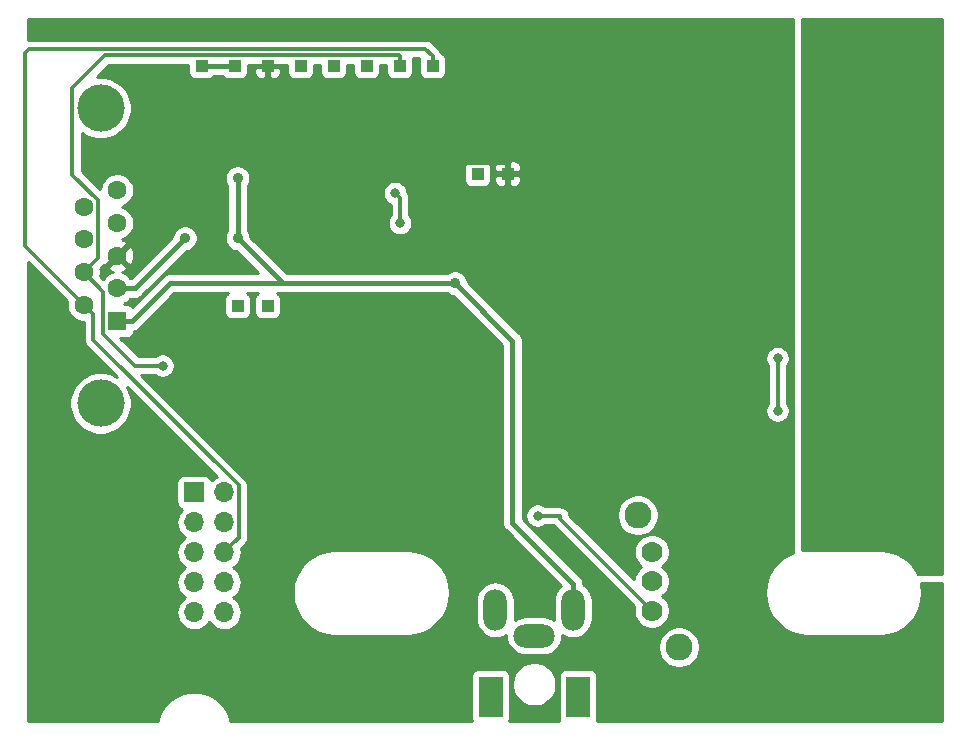
<source format=gbr>
G04 #@! TF.GenerationSoftware,KiCad,Pcbnew,5.1.4-3.fc30*
G04 #@! TF.CreationDate,2019-11-02T10:54:17-07:00*
G04 #@! TF.ProjectId,adampsu,6164616d-7073-4752-9e6b-696361645f70,rev?*
G04 #@! TF.SameCoordinates,Original*
G04 #@! TF.FileFunction,Copper,L2,Bot*
G04 #@! TF.FilePolarity,Positive*
%FSLAX46Y46*%
G04 Gerber Fmt 4.6, Leading zero omitted, Abs format (unit mm)*
G04 Created by KiCad (PCBNEW 5.1.4-3.fc30) date 2019-11-02 10:54:17*
%MOMM*%
%LPD*%
G04 APERTURE LIST*
%ADD10C,2.286000*%
%ADD11C,1.778000*%
%ADD12R,1.000000X1.000000*%
%ADD13C,0.600000*%
%ADD14R,4.500000X2.950000*%
%ADD15C,4.000000*%
%ADD16C,1.600000*%
%ADD17R,1.600000X1.600000*%
%ADD18O,1.700000X1.700000*%
%ADD19R,1.700000X1.700000*%
%ADD20O,3.500000X2.000000*%
%ADD21O,2.000000X3.500000*%
%ADD22R,2.000000X3.500000*%
%ADD23C,0.800000*%
%ADD24C,0.914400*%
%ADD25C,0.457200*%
%ADD26C,0.304800*%
%ADD27C,0.254000*%
G04 APERTURE END LIST*
D10*
X144066400Y-152103800D03*
X140561200Y-140927800D03*
D11*
X141755000Y-149005000D03*
X141755000Y-146515800D03*
X141755000Y-144026600D03*
D12*
X112014000Y-102870000D03*
X103632000Y-102870000D03*
X127000000Y-112014000D03*
X129540000Y-112014000D03*
X109220000Y-123190000D03*
X106680000Y-123190000D03*
X117602000Y-102870000D03*
X106426000Y-102870000D03*
X109220000Y-102870000D03*
X120396000Y-102870000D03*
X114808000Y-102870000D03*
X123190000Y-102870000D03*
D13*
X159625000Y-129115000D03*
X158525000Y-129115000D03*
X158525000Y-130315000D03*
X159625000Y-130315000D03*
X156025000Y-129115000D03*
X157225000Y-129115000D03*
X157225000Y-130315000D03*
X156025000Y-130315000D03*
D14*
X157825000Y-129715000D03*
D15*
X95080000Y-131460000D03*
X95080000Y-106460000D03*
D16*
X93660000Y-114805000D03*
X93660000Y-117575000D03*
X93660000Y-120345000D03*
X93660000Y-123115000D03*
X96500000Y-113420000D03*
X96500000Y-116190000D03*
X96500000Y-118960000D03*
X96500000Y-121730000D03*
D17*
X96500000Y-124500000D03*
D18*
X105540000Y-149160000D03*
X103000000Y-149160000D03*
X105540000Y-146620000D03*
X103000000Y-146620000D03*
X105540000Y-144080000D03*
X103000000Y-144080000D03*
X105540000Y-141540000D03*
X103000000Y-141540000D03*
X105540000Y-139000000D03*
D19*
X103000000Y-139000000D03*
D20*
X131800000Y-151130000D03*
D21*
X128500000Y-148930000D03*
D22*
X135500000Y-156330000D03*
X128100000Y-156330000D03*
D21*
X135100000Y-148930000D03*
D23*
X154940000Y-109855000D03*
X154940000Y-104775000D03*
X154940000Y-100330000D03*
X163830000Y-118110000D03*
X162560000Y-110490000D03*
X158750000Y-100330000D03*
X163195000Y-101600000D03*
X165100000Y-140335000D03*
X160020000Y-142875000D03*
X165735000Y-144780000D03*
X163195000Y-139065000D03*
X165100000Y-129540000D03*
X163195000Y-125730000D03*
X164465000Y-121285000D03*
X161785000Y-130315000D03*
X163195000Y-128905000D03*
X134620000Y-116840000D03*
X134620000Y-118745000D03*
X137452500Y-115277500D03*
X137795000Y-120015000D03*
D24*
X132080000Y-117475000D03*
X125095000Y-121285000D03*
X106680000Y-117475000D03*
X102235000Y-117475000D03*
X106680000Y-112395000D03*
D23*
X152400000Y-127635000D03*
X152400000Y-132080000D03*
X132080000Y-140970000D03*
X100330000Y-128270000D03*
X120427800Y-116205000D03*
X120015000Y-113665000D03*
D25*
X106426000Y-102870000D02*
X103632000Y-102870000D01*
X129540000Y-114935000D02*
X129540000Y-112014000D01*
X132080000Y-117475000D02*
X129540000Y-114935000D01*
X104403201Y-111056799D02*
X96500000Y-118960000D01*
X129539999Y-111056799D02*
X104403201Y-111056799D01*
X129540000Y-112014000D02*
X129539999Y-111056799D01*
X135100000Y-146722800D02*
X135100000Y-148930000D01*
X129957210Y-141580010D02*
X135100000Y-146722800D01*
X129957210Y-126147210D02*
X129957210Y-141580010D01*
X125095000Y-121285000D02*
X129957210Y-126147210D01*
X110490000Y-121285000D02*
X125095000Y-121285000D01*
X106680000Y-117475000D02*
X110490000Y-121285000D01*
X96500000Y-121730000D02*
X97980000Y-121730000D01*
X97980000Y-121730000D02*
X102235000Y-117475000D01*
X100972200Y-121285000D02*
X110490000Y-121285000D01*
X97757200Y-124500000D02*
X100972200Y-121285000D01*
X96500000Y-124500000D02*
X97757200Y-124500000D01*
X106680000Y-117475000D02*
X106680000Y-112395000D01*
D26*
X152400000Y-127635000D02*
X152400000Y-132080000D01*
X132080000Y-140970000D02*
X133985000Y-140970000D01*
X133985000Y-141235000D02*
X141755000Y-149005000D01*
X133985000Y-140970000D02*
X133985000Y-141235000D01*
X106389999Y-143230001D02*
X105540000Y-144080000D01*
X106771001Y-142848999D02*
X106389999Y-143230001D01*
X106771001Y-138409119D02*
X106771001Y-142848999D01*
X94459999Y-126098117D02*
X106771001Y-138409119D01*
X94459999Y-123914999D02*
X94459999Y-126098117D01*
X93660000Y-123115000D02*
X94459999Y-123914999D01*
X92860001Y-122315001D02*
X93660000Y-123115000D01*
X88671010Y-118126010D02*
X92860001Y-122315001D01*
X88671010Y-101828990D02*
X88671010Y-118126010D01*
X89044411Y-101455589D02*
X88671010Y-101828990D01*
X122580389Y-101455589D02*
X89044411Y-101455589D01*
X123190000Y-102065200D02*
X122580389Y-101455589D01*
X123190000Y-102870000D02*
X123190000Y-102065200D01*
X94459999Y-119545001D02*
X93660000Y-120345000D01*
X94841001Y-119163999D02*
X94459999Y-119545001D01*
X94841001Y-114238119D02*
X94841001Y-119163999D01*
X92698999Y-112096117D02*
X94841001Y-114238119D01*
X120396000Y-102065200D02*
X120319799Y-101988999D01*
X92698999Y-104786001D02*
X92698999Y-112096117D01*
X95496001Y-101988999D02*
X92698999Y-104786001D01*
X120319799Y-101988999D02*
X95496001Y-101988999D01*
X120396000Y-102870000D02*
X120396000Y-102065200D01*
X97984198Y-128270000D02*
X100330000Y-128270000D01*
X95318999Y-125604801D02*
X97984198Y-128270000D01*
X93660000Y-120345000D02*
X95318999Y-122003999D01*
X95318999Y-122003999D02*
X95318999Y-125604801D01*
X120427800Y-116205000D02*
X120427800Y-114077800D01*
X120427800Y-114077800D02*
X120015000Y-113665000D01*
D27*
G36*
X166345001Y-145923000D02*
G01*
X164278759Y-145923000D01*
X164037016Y-145470731D01*
X163582770Y-144917230D01*
X163029269Y-144462984D01*
X162397785Y-144125449D01*
X161712585Y-143917595D01*
X161178575Y-143865000D01*
X154821425Y-143865000D01*
X154432000Y-143903355D01*
X154432000Y-98910000D01*
X166345000Y-98910000D01*
X166345001Y-145923000D01*
X166345001Y-145923000D01*
G37*
X166345001Y-145923000D02*
X164278759Y-145923000D01*
X164037016Y-145470731D01*
X163582770Y-144917230D01*
X163029269Y-144462984D01*
X162397785Y-144125449D01*
X161712585Y-143917595D01*
X161178575Y-143865000D01*
X154821425Y-143865000D01*
X154432000Y-143903355D01*
X154432000Y-98910000D01*
X166345000Y-98910000D01*
X166345001Y-145923000D01*
G36*
X153670000Y-144104887D02*
G01*
X153602215Y-144125449D01*
X152970731Y-144462984D01*
X152417230Y-144917230D01*
X151962984Y-145470731D01*
X151625449Y-146102215D01*
X151417595Y-146787415D01*
X151347412Y-147500000D01*
X151417595Y-148212585D01*
X151625449Y-148897785D01*
X151962984Y-149529269D01*
X152417230Y-150082770D01*
X152970731Y-150537016D01*
X153602215Y-150874551D01*
X154287415Y-151082405D01*
X154821425Y-151135000D01*
X161178575Y-151135000D01*
X161712585Y-151082405D01*
X162397785Y-150874551D01*
X163029269Y-150537016D01*
X163582770Y-150082770D01*
X164037016Y-149529269D01*
X164374551Y-148897785D01*
X164582405Y-148212585D01*
X164652588Y-147500000D01*
X164582405Y-146787415D01*
X164551338Y-146685000D01*
X166345001Y-146685000D01*
X166345001Y-158340000D01*
X137081046Y-158340000D01*
X137089502Y-158324180D01*
X137125812Y-158204482D01*
X137138072Y-158080000D01*
X137138072Y-154580000D01*
X137125812Y-154455518D01*
X137089502Y-154335820D01*
X137030537Y-154225506D01*
X136951185Y-154128815D01*
X136854494Y-154049463D01*
X136744180Y-153990498D01*
X136624482Y-153954188D01*
X136500000Y-153941928D01*
X134500000Y-153941928D01*
X134375518Y-153954188D01*
X134255820Y-153990498D01*
X134145506Y-154049463D01*
X134048815Y-154128815D01*
X133969463Y-154225506D01*
X133910498Y-154335820D01*
X133874188Y-154455518D01*
X133861928Y-154580000D01*
X133861928Y-158080000D01*
X133874188Y-158204482D01*
X133910498Y-158324180D01*
X133918954Y-158340000D01*
X129681046Y-158340000D01*
X129689502Y-158324180D01*
X129725812Y-158204482D01*
X129738072Y-158080000D01*
X129738072Y-155044344D01*
X129915000Y-155044344D01*
X129915000Y-155415656D01*
X129987439Y-155779834D01*
X130129534Y-156122882D01*
X130335825Y-156431618D01*
X130598382Y-156694175D01*
X130907118Y-156900466D01*
X131250166Y-157042561D01*
X131614344Y-157115000D01*
X131985656Y-157115000D01*
X132349834Y-157042561D01*
X132692882Y-156900466D01*
X133001618Y-156694175D01*
X133264175Y-156431618D01*
X133470466Y-156122882D01*
X133612561Y-155779834D01*
X133685000Y-155415656D01*
X133685000Y-155044344D01*
X133612561Y-154680166D01*
X133470466Y-154337118D01*
X133264175Y-154028382D01*
X133001618Y-153765825D01*
X132692882Y-153559534D01*
X132349834Y-153417439D01*
X131985656Y-153345000D01*
X131614344Y-153345000D01*
X131250166Y-153417439D01*
X130907118Y-153559534D01*
X130598382Y-153765825D01*
X130335825Y-154028382D01*
X130129534Y-154337118D01*
X129987439Y-154680166D01*
X129915000Y-155044344D01*
X129738072Y-155044344D01*
X129738072Y-154580000D01*
X129725812Y-154455518D01*
X129689502Y-154335820D01*
X129630537Y-154225506D01*
X129551185Y-154128815D01*
X129454494Y-154049463D01*
X129344180Y-153990498D01*
X129224482Y-153954188D01*
X129100000Y-153941928D01*
X127100000Y-153941928D01*
X126975518Y-153954188D01*
X126855820Y-153990498D01*
X126745506Y-154049463D01*
X126648815Y-154128815D01*
X126569463Y-154225506D01*
X126510498Y-154335820D01*
X126474188Y-154455518D01*
X126461928Y-154580000D01*
X126461928Y-158080000D01*
X126474188Y-158204482D01*
X126510498Y-158324180D01*
X126518954Y-158340000D01*
X106065136Y-158340000D01*
X106014524Y-158085554D01*
X105778201Y-157515021D01*
X105435114Y-157001554D01*
X104998446Y-156564886D01*
X104484979Y-156221799D01*
X103914446Y-155985476D01*
X103308771Y-155865000D01*
X102691229Y-155865000D01*
X102085554Y-155985476D01*
X101515021Y-156221799D01*
X101001554Y-156564886D01*
X100564886Y-157001554D01*
X100221799Y-157515021D01*
X99985476Y-158085554D01*
X99934864Y-158340000D01*
X88925000Y-158340000D01*
X88925000Y-119493550D01*
X92254883Y-122823434D01*
X92225000Y-122973665D01*
X92225000Y-123256335D01*
X92280147Y-123533574D01*
X92388320Y-123794727D01*
X92545363Y-124029759D01*
X92745241Y-124229637D01*
X92980273Y-124386680D01*
X93241426Y-124494853D01*
X93518665Y-124550000D01*
X93672599Y-124550000D01*
X93672600Y-126059444D01*
X93668791Y-126098117D01*
X93683994Y-126252474D01*
X93729017Y-126400899D01*
X93729018Y-126400900D01*
X93802134Y-126537689D01*
X93900531Y-126657586D01*
X93930572Y-126682240D01*
X96464009Y-129215677D01*
X96328141Y-129124893D01*
X95848601Y-128926261D01*
X95339525Y-128825000D01*
X94820475Y-128825000D01*
X94311399Y-128926261D01*
X93831859Y-129124893D01*
X93400285Y-129413262D01*
X93033262Y-129780285D01*
X92744893Y-130211859D01*
X92546261Y-130691399D01*
X92445000Y-131200475D01*
X92445000Y-131719525D01*
X92546261Y-132228601D01*
X92744893Y-132708141D01*
X93033262Y-133139715D01*
X93400285Y-133506738D01*
X93831859Y-133795107D01*
X94311399Y-133993739D01*
X94820475Y-134095000D01*
X95339525Y-134095000D01*
X95848601Y-133993739D01*
X96328141Y-133795107D01*
X96759715Y-133506738D01*
X97126738Y-133139715D01*
X97415107Y-132708141D01*
X97613739Y-132228601D01*
X97715000Y-131719525D01*
X97715000Y-131200475D01*
X97613739Y-130691399D01*
X97415107Y-130211859D01*
X97324323Y-130075991D01*
X104904298Y-137655967D01*
X104710986Y-137759294D01*
X104484866Y-137944866D01*
X104460393Y-137974687D01*
X104439502Y-137905820D01*
X104380537Y-137795506D01*
X104301185Y-137698815D01*
X104204494Y-137619463D01*
X104094180Y-137560498D01*
X103974482Y-137524188D01*
X103850000Y-137511928D01*
X102150000Y-137511928D01*
X102025518Y-137524188D01*
X101905820Y-137560498D01*
X101795506Y-137619463D01*
X101698815Y-137698815D01*
X101619463Y-137795506D01*
X101560498Y-137905820D01*
X101524188Y-138025518D01*
X101511928Y-138150000D01*
X101511928Y-139850000D01*
X101524188Y-139974482D01*
X101560498Y-140094180D01*
X101619463Y-140204494D01*
X101698815Y-140301185D01*
X101795506Y-140380537D01*
X101905820Y-140439502D01*
X101974687Y-140460393D01*
X101944866Y-140484866D01*
X101759294Y-140710986D01*
X101621401Y-140968966D01*
X101536487Y-141248889D01*
X101507815Y-141540000D01*
X101536487Y-141831111D01*
X101621401Y-142111034D01*
X101759294Y-142369014D01*
X101944866Y-142595134D01*
X102170986Y-142780706D01*
X102225791Y-142810000D01*
X102170986Y-142839294D01*
X101944866Y-143024866D01*
X101759294Y-143250986D01*
X101621401Y-143508966D01*
X101536487Y-143788889D01*
X101507815Y-144080000D01*
X101536487Y-144371111D01*
X101621401Y-144651034D01*
X101759294Y-144909014D01*
X101944866Y-145135134D01*
X102170986Y-145320706D01*
X102225791Y-145350000D01*
X102170986Y-145379294D01*
X101944866Y-145564866D01*
X101759294Y-145790986D01*
X101621401Y-146048966D01*
X101536487Y-146328889D01*
X101507815Y-146620000D01*
X101536487Y-146911111D01*
X101621401Y-147191034D01*
X101759294Y-147449014D01*
X101944866Y-147675134D01*
X102170986Y-147860706D01*
X102225791Y-147890000D01*
X102170986Y-147919294D01*
X101944866Y-148104866D01*
X101759294Y-148330986D01*
X101621401Y-148588966D01*
X101536487Y-148868889D01*
X101507815Y-149160000D01*
X101536487Y-149451111D01*
X101621401Y-149731034D01*
X101759294Y-149989014D01*
X101944866Y-150215134D01*
X102170986Y-150400706D01*
X102428966Y-150538599D01*
X102708889Y-150623513D01*
X102927050Y-150645000D01*
X103072950Y-150645000D01*
X103291111Y-150623513D01*
X103571034Y-150538599D01*
X103829014Y-150400706D01*
X104055134Y-150215134D01*
X104240706Y-149989014D01*
X104270000Y-149934209D01*
X104299294Y-149989014D01*
X104484866Y-150215134D01*
X104710986Y-150400706D01*
X104968966Y-150538599D01*
X105248889Y-150623513D01*
X105467050Y-150645000D01*
X105612950Y-150645000D01*
X105831111Y-150623513D01*
X106111034Y-150538599D01*
X106369014Y-150400706D01*
X106595134Y-150215134D01*
X106780706Y-149989014D01*
X106918599Y-149731034D01*
X107003513Y-149451111D01*
X107032185Y-149160000D01*
X107003513Y-148868889D01*
X106918599Y-148588966D01*
X106780706Y-148330986D01*
X106595134Y-148104866D01*
X106369014Y-147919294D01*
X106314209Y-147890000D01*
X106369014Y-147860706D01*
X106595134Y-147675134D01*
X106738862Y-147500000D01*
X111347412Y-147500000D01*
X111417595Y-148212585D01*
X111625449Y-148897785D01*
X111962984Y-149529269D01*
X112417230Y-150082770D01*
X112970731Y-150537016D01*
X113602215Y-150874551D01*
X114287415Y-151082405D01*
X114821425Y-151135000D01*
X121178575Y-151135000D01*
X121712585Y-151082405D01*
X122397785Y-150874551D01*
X123029269Y-150537016D01*
X123582770Y-150082770D01*
X124037016Y-149529269D01*
X124374551Y-148897785D01*
X124582405Y-148212585D01*
X124652588Y-147500000D01*
X124582405Y-146787415D01*
X124374551Y-146102215D01*
X124037016Y-145470731D01*
X123582770Y-144917230D01*
X123029269Y-144462984D01*
X122397785Y-144125449D01*
X121712585Y-143917595D01*
X121178575Y-143865000D01*
X114821425Y-143865000D01*
X114287415Y-143917595D01*
X113602215Y-144125449D01*
X112970731Y-144462984D01*
X112417230Y-144917230D01*
X111962984Y-145470731D01*
X111625449Y-146102215D01*
X111417595Y-146787415D01*
X111347412Y-147500000D01*
X106738862Y-147500000D01*
X106780706Y-147449014D01*
X106918599Y-147191034D01*
X107003513Y-146911111D01*
X107032185Y-146620000D01*
X107003513Y-146328889D01*
X106918599Y-146048966D01*
X106780706Y-145790986D01*
X106595134Y-145564866D01*
X106369014Y-145379294D01*
X106314209Y-145350000D01*
X106369014Y-145320706D01*
X106595134Y-145135134D01*
X106780706Y-144909014D01*
X106918599Y-144651034D01*
X107003513Y-144371111D01*
X107032185Y-144080000D01*
X107003513Y-143788889D01*
X106989816Y-143743735D01*
X107300428Y-143433123D01*
X107330470Y-143408468D01*
X107428867Y-143288571D01*
X107501983Y-143151782D01*
X107547007Y-143003356D01*
X107558401Y-142887672D01*
X107558401Y-142887663D01*
X107562209Y-142849000D01*
X107558401Y-142810337D01*
X107558401Y-138447782D01*
X107562209Y-138409119D01*
X107558401Y-138370456D01*
X107558401Y-138370446D01*
X107547007Y-138254762D01*
X107501983Y-138106336D01*
X107428867Y-137969547D01*
X107330470Y-137849650D01*
X107300430Y-137824997D01*
X98532832Y-129057400D01*
X99653689Y-129057400D01*
X99670226Y-129073937D01*
X99839744Y-129187205D01*
X100028102Y-129265226D01*
X100228061Y-129305000D01*
X100431939Y-129305000D01*
X100631898Y-129265226D01*
X100820256Y-129187205D01*
X100989774Y-129073937D01*
X101133937Y-128929774D01*
X101247205Y-128760256D01*
X101325226Y-128571898D01*
X101365000Y-128371939D01*
X101365000Y-128168061D01*
X101325226Y-127968102D01*
X101247205Y-127779744D01*
X101133937Y-127610226D01*
X100989774Y-127466063D01*
X100820256Y-127352795D01*
X100631898Y-127274774D01*
X100431939Y-127235000D01*
X100228061Y-127235000D01*
X100028102Y-127274774D01*
X99839744Y-127352795D01*
X99670226Y-127466063D01*
X99653689Y-127482600D01*
X98310350Y-127482600D01*
X96765821Y-125938072D01*
X97300000Y-125938072D01*
X97424482Y-125925812D01*
X97544180Y-125889502D01*
X97654494Y-125830537D01*
X97751185Y-125751185D01*
X97830537Y-125654494D01*
X97889502Y-125544180D01*
X97925812Y-125424482D01*
X97933240Y-125349058D01*
X98089284Y-125301722D01*
X98239312Y-125221531D01*
X98370812Y-125113612D01*
X98397864Y-125080649D01*
X101329915Y-122148600D01*
X105845829Y-122148600D01*
X105825506Y-122159463D01*
X105728815Y-122238815D01*
X105649463Y-122335506D01*
X105590498Y-122445820D01*
X105554188Y-122565518D01*
X105541928Y-122690000D01*
X105541928Y-123690000D01*
X105554188Y-123814482D01*
X105590498Y-123934180D01*
X105649463Y-124044494D01*
X105728815Y-124141185D01*
X105825506Y-124220537D01*
X105935820Y-124279502D01*
X106055518Y-124315812D01*
X106180000Y-124328072D01*
X107180000Y-124328072D01*
X107304482Y-124315812D01*
X107424180Y-124279502D01*
X107534494Y-124220537D01*
X107631185Y-124141185D01*
X107710537Y-124044494D01*
X107769502Y-123934180D01*
X107805812Y-123814482D01*
X107818072Y-123690000D01*
X107818072Y-122690000D01*
X107805812Y-122565518D01*
X107769502Y-122445820D01*
X107710537Y-122335506D01*
X107631185Y-122238815D01*
X107534494Y-122159463D01*
X107514171Y-122148600D01*
X108385829Y-122148600D01*
X108365506Y-122159463D01*
X108268815Y-122238815D01*
X108189463Y-122335506D01*
X108130498Y-122445820D01*
X108094188Y-122565518D01*
X108081928Y-122690000D01*
X108081928Y-123690000D01*
X108094188Y-123814482D01*
X108130498Y-123934180D01*
X108189463Y-124044494D01*
X108268815Y-124141185D01*
X108365506Y-124220537D01*
X108475820Y-124279502D01*
X108595518Y-124315812D01*
X108720000Y-124328072D01*
X109720000Y-124328072D01*
X109844482Y-124315812D01*
X109964180Y-124279502D01*
X110074494Y-124220537D01*
X110171185Y-124141185D01*
X110250537Y-124044494D01*
X110309502Y-123934180D01*
X110345812Y-123814482D01*
X110358072Y-123690000D01*
X110358072Y-122690000D01*
X110345812Y-122565518D01*
X110309502Y-122445820D01*
X110250537Y-122335506D01*
X110171185Y-122238815D01*
X110074494Y-122159463D01*
X110054171Y-122148600D01*
X110447580Y-122148600D01*
X110490000Y-122152778D01*
X110532420Y-122148600D01*
X124421561Y-122148600D01*
X124577649Y-122252895D01*
X124776417Y-122335228D01*
X124960538Y-122371851D01*
X129093610Y-126504925D01*
X129093611Y-141537580D01*
X129089432Y-141580010D01*
X129106106Y-141749304D01*
X129155489Y-141912094D01*
X129184293Y-141965982D01*
X129235680Y-142062122D01*
X129343599Y-142193622D01*
X129376556Y-142220669D01*
X134067845Y-146911960D01*
X133938286Y-147018286D01*
X133733969Y-147267249D01*
X133582148Y-147551286D01*
X133488657Y-147859485D01*
X133465000Y-148099679D01*
X133465000Y-149760322D01*
X133465588Y-149766297D01*
X133462752Y-149763969D01*
X133178715Y-149612148D01*
X132870516Y-149518657D01*
X132630322Y-149495000D01*
X130969678Y-149495000D01*
X130729484Y-149518657D01*
X130421285Y-149612148D01*
X130137248Y-149763969D01*
X130134412Y-149766297D01*
X130135000Y-149760322D01*
X130135000Y-148099678D01*
X130111343Y-147859484D01*
X130017852Y-147551285D01*
X129866031Y-147267248D01*
X129661714Y-147018286D01*
X129412751Y-146813969D01*
X129128714Y-146662148D01*
X128820515Y-146568657D01*
X128500000Y-146537089D01*
X128179484Y-146568657D01*
X127871285Y-146662148D01*
X127587248Y-146813969D01*
X127338286Y-147018286D01*
X127133969Y-147267249D01*
X126982148Y-147551286D01*
X126888657Y-147859485D01*
X126865000Y-148099679D01*
X126865000Y-149760322D01*
X126888657Y-150000516D01*
X126982149Y-150308715D01*
X127133970Y-150592752D01*
X127338287Y-150841714D01*
X127587249Y-151046031D01*
X127871286Y-151197852D01*
X128179485Y-151291343D01*
X128500000Y-151322911D01*
X128820516Y-151291343D01*
X129128715Y-151197852D01*
X129412752Y-151046031D01*
X129415588Y-151043703D01*
X129407089Y-151130000D01*
X129438657Y-151450516D01*
X129532148Y-151758715D01*
X129683969Y-152042752D01*
X129888286Y-152291714D01*
X130137248Y-152496031D01*
X130421285Y-152647852D01*
X130729484Y-152741343D01*
X130969678Y-152765000D01*
X132630322Y-152765000D01*
X132870516Y-152741343D01*
X133178715Y-152647852D01*
X133462752Y-152496031D01*
X133711714Y-152291714D01*
X133916031Y-152042752D01*
X133977002Y-151928682D01*
X142288400Y-151928682D01*
X142288400Y-152278918D01*
X142356728Y-152622423D01*
X142490757Y-152945999D01*
X142685337Y-153237209D01*
X142932991Y-153484863D01*
X143224201Y-153679443D01*
X143547777Y-153813472D01*
X143891282Y-153881800D01*
X144241518Y-153881800D01*
X144585023Y-153813472D01*
X144908599Y-153679443D01*
X145199809Y-153484863D01*
X145447463Y-153237209D01*
X145642043Y-152945999D01*
X145776072Y-152622423D01*
X145844400Y-152278918D01*
X145844400Y-151928682D01*
X145776072Y-151585177D01*
X145642043Y-151261601D01*
X145447463Y-150970391D01*
X145199809Y-150722737D01*
X144908599Y-150528157D01*
X144585023Y-150394128D01*
X144241518Y-150325800D01*
X143891282Y-150325800D01*
X143547777Y-150394128D01*
X143224201Y-150528157D01*
X142932991Y-150722737D01*
X142685337Y-150970391D01*
X142490757Y-151261601D01*
X142356728Y-151585177D01*
X142288400Y-151928682D01*
X133977002Y-151928682D01*
X134067852Y-151758715D01*
X134161343Y-151450516D01*
X134192911Y-151130000D01*
X134184411Y-151043702D01*
X134187249Y-151046031D01*
X134471286Y-151197852D01*
X134779485Y-151291343D01*
X135100000Y-151322911D01*
X135420516Y-151291343D01*
X135728715Y-151197852D01*
X136012752Y-151046031D01*
X136261714Y-150841714D01*
X136466031Y-150592752D01*
X136617852Y-150308715D01*
X136711343Y-150000516D01*
X136735000Y-149760322D01*
X136735000Y-148099678D01*
X136711343Y-147859484D01*
X136617852Y-147551285D01*
X136466031Y-147267248D01*
X136261714Y-147018286D01*
X136012751Y-146813969D01*
X135963600Y-146787697D01*
X135963600Y-146765217D01*
X135967778Y-146722799D01*
X135957653Y-146620000D01*
X135951104Y-146553505D01*
X135901722Y-146390716D01*
X135821531Y-146240688D01*
X135713612Y-146109188D01*
X135680661Y-146082146D01*
X130820810Y-141222297D01*
X130820810Y-140868061D01*
X131045000Y-140868061D01*
X131045000Y-141071939D01*
X131084774Y-141271898D01*
X131162795Y-141460256D01*
X131276063Y-141629774D01*
X131420226Y-141773937D01*
X131589744Y-141887205D01*
X131778102Y-141965226D01*
X131978061Y-142005000D01*
X132181939Y-142005000D01*
X132381898Y-141965226D01*
X132570256Y-141887205D01*
X132739774Y-141773937D01*
X132756311Y-141757400D01*
X133395109Y-141757400D01*
X133425531Y-141794469D01*
X133455577Y-141819127D01*
X140274194Y-148637746D01*
X140231000Y-148854899D01*
X140231000Y-149155101D01*
X140289566Y-149449534D01*
X140404449Y-149726885D01*
X140571232Y-149976493D01*
X140783507Y-150188768D01*
X141033115Y-150355551D01*
X141310466Y-150470434D01*
X141604899Y-150529000D01*
X141905101Y-150529000D01*
X142199534Y-150470434D01*
X142476885Y-150355551D01*
X142726493Y-150188768D01*
X142938768Y-149976493D01*
X143105551Y-149726885D01*
X143220434Y-149449534D01*
X143279000Y-149155101D01*
X143279000Y-148854899D01*
X143220434Y-148560466D01*
X143105551Y-148283115D01*
X142938768Y-148033507D01*
X142726493Y-147821232D01*
X142635452Y-147760400D01*
X142726493Y-147699568D01*
X142938768Y-147487293D01*
X143105551Y-147237685D01*
X143220434Y-146960334D01*
X143279000Y-146665901D01*
X143279000Y-146365699D01*
X143220434Y-146071266D01*
X143105551Y-145793915D01*
X142938768Y-145544307D01*
X142726493Y-145332032D01*
X142635452Y-145271200D01*
X142726493Y-145210368D01*
X142938768Y-144998093D01*
X143105551Y-144748485D01*
X143220434Y-144471134D01*
X143279000Y-144176701D01*
X143279000Y-143876499D01*
X143220434Y-143582066D01*
X143105551Y-143304715D01*
X142938768Y-143055107D01*
X142726493Y-142842832D01*
X142476885Y-142676049D01*
X142199534Y-142561166D01*
X141905101Y-142502600D01*
X141604899Y-142502600D01*
X141310466Y-142561166D01*
X141033115Y-142676049D01*
X140783507Y-142842832D01*
X140571232Y-143055107D01*
X140404449Y-143304715D01*
X140289566Y-143582066D01*
X140231000Y-143876499D01*
X140231000Y-144176701D01*
X140289566Y-144471134D01*
X140404449Y-144748485D01*
X140571232Y-144998093D01*
X140783507Y-145210368D01*
X140874548Y-145271200D01*
X140783507Y-145332032D01*
X140571232Y-145544307D01*
X140404449Y-145793915D01*
X140289566Y-146071266D01*
X140231000Y-146365699D01*
X140231000Y-146367449D01*
X134769944Y-140906394D01*
X134761006Y-140815643D01*
X134741908Y-140752682D01*
X138783200Y-140752682D01*
X138783200Y-141102918D01*
X138851528Y-141446423D01*
X138985557Y-141769999D01*
X139180137Y-142061209D01*
X139427791Y-142308863D01*
X139719001Y-142503443D01*
X140042577Y-142637472D01*
X140386082Y-142705800D01*
X140736318Y-142705800D01*
X141079823Y-142637472D01*
X141403399Y-142503443D01*
X141694609Y-142308863D01*
X141942263Y-142061209D01*
X142136843Y-141769999D01*
X142270872Y-141446423D01*
X142339200Y-141102918D01*
X142339200Y-140752682D01*
X142270872Y-140409177D01*
X142136843Y-140085601D01*
X141942263Y-139794391D01*
X141694609Y-139546737D01*
X141403399Y-139352157D01*
X141079823Y-139218128D01*
X140736318Y-139149800D01*
X140386082Y-139149800D01*
X140042577Y-139218128D01*
X139719001Y-139352157D01*
X139427791Y-139546737D01*
X139180137Y-139794391D01*
X138985557Y-140085601D01*
X138851528Y-140409177D01*
X138783200Y-140752682D01*
X134741908Y-140752682D01*
X134715982Y-140667217D01*
X134642866Y-140530428D01*
X134544469Y-140410531D01*
X134424572Y-140312134D01*
X134287783Y-140239018D01*
X134139357Y-140193994D01*
X134023673Y-140182600D01*
X133985000Y-140178791D01*
X133946327Y-140182600D01*
X132756311Y-140182600D01*
X132739774Y-140166063D01*
X132570256Y-140052795D01*
X132381898Y-139974774D01*
X132181939Y-139935000D01*
X131978061Y-139935000D01*
X131778102Y-139974774D01*
X131589744Y-140052795D01*
X131420226Y-140166063D01*
X131276063Y-140310226D01*
X131162795Y-140479744D01*
X131084774Y-140668102D01*
X131045000Y-140868061D01*
X130820810Y-140868061D01*
X130820810Y-127533061D01*
X151365000Y-127533061D01*
X151365000Y-127736939D01*
X151404774Y-127936898D01*
X151482795Y-128125256D01*
X151596063Y-128294774D01*
X151612600Y-128311311D01*
X151612601Y-131403688D01*
X151596063Y-131420226D01*
X151482795Y-131589744D01*
X151404774Y-131778102D01*
X151365000Y-131978061D01*
X151365000Y-132181939D01*
X151404774Y-132381898D01*
X151482795Y-132570256D01*
X151596063Y-132739774D01*
X151740226Y-132883937D01*
X151909744Y-132997205D01*
X152098102Y-133075226D01*
X152298061Y-133115000D01*
X152501939Y-133115000D01*
X152701898Y-133075226D01*
X152890256Y-132997205D01*
X153059774Y-132883937D01*
X153203937Y-132739774D01*
X153317205Y-132570256D01*
X153395226Y-132381898D01*
X153435000Y-132181939D01*
X153435000Y-131978061D01*
X153395226Y-131778102D01*
X153317205Y-131589744D01*
X153203937Y-131420226D01*
X153187400Y-131403689D01*
X153187400Y-128311311D01*
X153203937Y-128294774D01*
X153317205Y-128125256D01*
X153395226Y-127936898D01*
X153435000Y-127736939D01*
X153435000Y-127533061D01*
X153395226Y-127333102D01*
X153317205Y-127144744D01*
X153203937Y-126975226D01*
X153059774Y-126831063D01*
X152890256Y-126717795D01*
X152701898Y-126639774D01*
X152501939Y-126600000D01*
X152298061Y-126600000D01*
X152098102Y-126639774D01*
X151909744Y-126717795D01*
X151740226Y-126831063D01*
X151596063Y-126975226D01*
X151482795Y-127144744D01*
X151404774Y-127333102D01*
X151365000Y-127533061D01*
X130820810Y-127533061D01*
X130820810Y-126189627D01*
X130824988Y-126147209D01*
X130814859Y-126044373D01*
X130808314Y-125977915D01*
X130758932Y-125815126D01*
X130678741Y-125665098D01*
X130570822Y-125533598D01*
X130537871Y-125506556D01*
X126181851Y-121150538D01*
X126145228Y-120966417D01*
X126062895Y-120767649D01*
X125943367Y-120588763D01*
X125791237Y-120436633D01*
X125612351Y-120317105D01*
X125413583Y-120234772D01*
X125202572Y-120192800D01*
X124987428Y-120192800D01*
X124776417Y-120234772D01*
X124577649Y-120317105D01*
X124421561Y-120421400D01*
X110847715Y-120421400D01*
X107766851Y-117340538D01*
X107730228Y-117156417D01*
X107647895Y-116957649D01*
X107543600Y-116801561D01*
X107543600Y-113563061D01*
X118980000Y-113563061D01*
X118980000Y-113766939D01*
X119019774Y-113966898D01*
X119097795Y-114155256D01*
X119211063Y-114324774D01*
X119355226Y-114468937D01*
X119524744Y-114582205D01*
X119640401Y-114630112D01*
X119640400Y-115528689D01*
X119623863Y-115545226D01*
X119510595Y-115714744D01*
X119432574Y-115903102D01*
X119392800Y-116103061D01*
X119392800Y-116306939D01*
X119432574Y-116506898D01*
X119510595Y-116695256D01*
X119623863Y-116864774D01*
X119768026Y-117008937D01*
X119937544Y-117122205D01*
X120125902Y-117200226D01*
X120325861Y-117240000D01*
X120529739Y-117240000D01*
X120729698Y-117200226D01*
X120918056Y-117122205D01*
X121087574Y-117008937D01*
X121231737Y-116864774D01*
X121345005Y-116695256D01*
X121423026Y-116506898D01*
X121462800Y-116306939D01*
X121462800Y-116103061D01*
X121423026Y-115903102D01*
X121345005Y-115714744D01*
X121231737Y-115545226D01*
X121215200Y-115528689D01*
X121215200Y-114116462D01*
X121219008Y-114077799D01*
X121215200Y-114039136D01*
X121215200Y-114039127D01*
X121203806Y-113923443D01*
X121158782Y-113775017D01*
X121085666Y-113638228D01*
X121050000Y-113594769D01*
X121050000Y-113563061D01*
X121010226Y-113363102D01*
X120932205Y-113174744D01*
X120818937Y-113005226D01*
X120674774Y-112861063D01*
X120505256Y-112747795D01*
X120316898Y-112669774D01*
X120116939Y-112630000D01*
X119913061Y-112630000D01*
X119713102Y-112669774D01*
X119524744Y-112747795D01*
X119355226Y-112861063D01*
X119211063Y-113005226D01*
X119097795Y-113174744D01*
X119019774Y-113363102D01*
X118980000Y-113563061D01*
X107543600Y-113563061D01*
X107543600Y-113068439D01*
X107647895Y-112912351D01*
X107730228Y-112713583D01*
X107772200Y-112502572D01*
X107772200Y-112287428D01*
X107730228Y-112076417D01*
X107647895Y-111877649D01*
X107528367Y-111698763D01*
X107376237Y-111546633D01*
X107327399Y-111514000D01*
X125861928Y-111514000D01*
X125861928Y-112514000D01*
X125874188Y-112638482D01*
X125910498Y-112758180D01*
X125969463Y-112868494D01*
X126048815Y-112965185D01*
X126145506Y-113044537D01*
X126255820Y-113103502D01*
X126375518Y-113139812D01*
X126500000Y-113152072D01*
X127500000Y-113152072D01*
X127624482Y-113139812D01*
X127744180Y-113103502D01*
X127854494Y-113044537D01*
X127951185Y-112965185D01*
X128030537Y-112868494D01*
X128089502Y-112758180D01*
X128125812Y-112638482D01*
X128138072Y-112514000D01*
X128401928Y-112514000D01*
X128414188Y-112638482D01*
X128450498Y-112758180D01*
X128509463Y-112868494D01*
X128588815Y-112965185D01*
X128685506Y-113044537D01*
X128795820Y-113103502D01*
X128915518Y-113139812D01*
X129040000Y-113152072D01*
X129254250Y-113149000D01*
X129413000Y-112990250D01*
X129413000Y-112141000D01*
X129667000Y-112141000D01*
X129667000Y-112990250D01*
X129825750Y-113149000D01*
X130040000Y-113152072D01*
X130164482Y-113139812D01*
X130284180Y-113103502D01*
X130394494Y-113044537D01*
X130491185Y-112965185D01*
X130570537Y-112868494D01*
X130629502Y-112758180D01*
X130665812Y-112638482D01*
X130678072Y-112514000D01*
X130675000Y-112299750D01*
X130516250Y-112141000D01*
X129667000Y-112141000D01*
X129413000Y-112141000D01*
X128563750Y-112141000D01*
X128405000Y-112299750D01*
X128401928Y-112514000D01*
X128138072Y-112514000D01*
X128138072Y-111514000D01*
X128401928Y-111514000D01*
X128405000Y-111728250D01*
X128563750Y-111887000D01*
X129413000Y-111887000D01*
X129413000Y-111037750D01*
X129667000Y-111037750D01*
X129667000Y-111887000D01*
X130516250Y-111887000D01*
X130675000Y-111728250D01*
X130678072Y-111514000D01*
X130665812Y-111389518D01*
X130629502Y-111269820D01*
X130570537Y-111159506D01*
X130491185Y-111062815D01*
X130394494Y-110983463D01*
X130284180Y-110924498D01*
X130164482Y-110888188D01*
X130040000Y-110875928D01*
X129825750Y-110879000D01*
X129667000Y-111037750D01*
X129413000Y-111037750D01*
X129254250Y-110879000D01*
X129040000Y-110875928D01*
X128915518Y-110888188D01*
X128795820Y-110924498D01*
X128685506Y-110983463D01*
X128588815Y-111062815D01*
X128509463Y-111159506D01*
X128450498Y-111269820D01*
X128414188Y-111389518D01*
X128401928Y-111514000D01*
X128138072Y-111514000D01*
X128125812Y-111389518D01*
X128089502Y-111269820D01*
X128030537Y-111159506D01*
X127951185Y-111062815D01*
X127854494Y-110983463D01*
X127744180Y-110924498D01*
X127624482Y-110888188D01*
X127500000Y-110875928D01*
X126500000Y-110875928D01*
X126375518Y-110888188D01*
X126255820Y-110924498D01*
X126145506Y-110983463D01*
X126048815Y-111062815D01*
X125969463Y-111159506D01*
X125910498Y-111269820D01*
X125874188Y-111389518D01*
X125861928Y-111514000D01*
X107327399Y-111514000D01*
X107197351Y-111427105D01*
X106998583Y-111344772D01*
X106787572Y-111302800D01*
X106572428Y-111302800D01*
X106361417Y-111344772D01*
X106162649Y-111427105D01*
X105983763Y-111546633D01*
X105831633Y-111698763D01*
X105712105Y-111877649D01*
X105629772Y-112076417D01*
X105587800Y-112287428D01*
X105587800Y-112502572D01*
X105629772Y-112713583D01*
X105712105Y-112912351D01*
X105816401Y-113068441D01*
X105816400Y-116801561D01*
X105712105Y-116957649D01*
X105629772Y-117156417D01*
X105587800Y-117367428D01*
X105587800Y-117582572D01*
X105629772Y-117793583D01*
X105712105Y-117992351D01*
X105831633Y-118171237D01*
X105983763Y-118323367D01*
X106162649Y-118442895D01*
X106361417Y-118525228D01*
X106545538Y-118561851D01*
X108405086Y-120421400D01*
X101014620Y-120421400D01*
X100972200Y-120417222D01*
X100929780Y-120421400D01*
X100802905Y-120433896D01*
X100640116Y-120483278D01*
X100490088Y-120563469D01*
X100358588Y-120671388D01*
X100331547Y-120704338D01*
X97767361Y-123268526D01*
X97751185Y-123248815D01*
X97654494Y-123169463D01*
X97544180Y-123110498D01*
X97424482Y-123074188D01*
X97300000Y-123061928D01*
X97034275Y-123061928D01*
X97179727Y-123001680D01*
X97414759Y-122844637D01*
X97614637Y-122644759D01*
X97648820Y-122593600D01*
X97937580Y-122593600D01*
X97980000Y-122597778D01*
X98022420Y-122593600D01*
X98149295Y-122581104D01*
X98312084Y-122531722D01*
X98462112Y-122451531D01*
X98593612Y-122343612D01*
X98620664Y-122310649D01*
X102369464Y-118561851D01*
X102553583Y-118525228D01*
X102752351Y-118442895D01*
X102931237Y-118323367D01*
X103083367Y-118171237D01*
X103202895Y-117992351D01*
X103285228Y-117793583D01*
X103327200Y-117582572D01*
X103327200Y-117367428D01*
X103285228Y-117156417D01*
X103202895Y-116957649D01*
X103083367Y-116778763D01*
X102931237Y-116626633D01*
X102752351Y-116507105D01*
X102553583Y-116424772D01*
X102342572Y-116382800D01*
X102127428Y-116382800D01*
X101916417Y-116424772D01*
X101717649Y-116507105D01*
X101538763Y-116626633D01*
X101386633Y-116778763D01*
X101267105Y-116957649D01*
X101184772Y-117156417D01*
X101148149Y-117340536D01*
X97638192Y-120850494D01*
X97614637Y-120815241D01*
X97414759Y-120615363D01*
X97179727Y-120458320D01*
X96918574Y-120350147D01*
X96890118Y-120344487D01*
X97116292Y-120263603D01*
X97241514Y-120196671D01*
X97313097Y-119952702D01*
X96500000Y-119139605D01*
X95686903Y-119952702D01*
X95758486Y-120196671D01*
X96013996Y-120317571D01*
X96116289Y-120343212D01*
X96081426Y-120350147D01*
X95820273Y-120458320D01*
X95585241Y-120615363D01*
X95385363Y-120815241D01*
X95328658Y-120900107D01*
X95065117Y-120636566D01*
X95095000Y-120486335D01*
X95095000Y-120203665D01*
X95065117Y-120053433D01*
X95370428Y-119748123D01*
X95384058Y-119736937D01*
X95507298Y-119773097D01*
X96320395Y-118960000D01*
X96679605Y-118960000D01*
X97492702Y-119773097D01*
X97736671Y-119701514D01*
X97857571Y-119446004D01*
X97926300Y-119171816D01*
X97940217Y-118889488D01*
X97898787Y-118609870D01*
X97803603Y-118343708D01*
X97736671Y-118218486D01*
X97492702Y-118146903D01*
X96679605Y-118960000D01*
X96320395Y-118960000D01*
X96306253Y-118945858D01*
X96485858Y-118766253D01*
X96500000Y-118780395D01*
X97313097Y-117967298D01*
X97241514Y-117723329D01*
X96986004Y-117602429D01*
X96883711Y-117576788D01*
X96918574Y-117569853D01*
X97179727Y-117461680D01*
X97414759Y-117304637D01*
X97614637Y-117104759D01*
X97771680Y-116869727D01*
X97879853Y-116608574D01*
X97935000Y-116331335D01*
X97935000Y-116048665D01*
X97879853Y-115771426D01*
X97771680Y-115510273D01*
X97614637Y-115275241D01*
X97414759Y-115075363D01*
X97179727Y-114918320D01*
X96918574Y-114810147D01*
X96892699Y-114805000D01*
X96918574Y-114799853D01*
X97179727Y-114691680D01*
X97414759Y-114534637D01*
X97614637Y-114334759D01*
X97771680Y-114099727D01*
X97879853Y-113838574D01*
X97935000Y-113561335D01*
X97935000Y-113278665D01*
X97879853Y-113001426D01*
X97771680Y-112740273D01*
X97614637Y-112505241D01*
X97414759Y-112305363D01*
X97179727Y-112148320D01*
X96918574Y-112040147D01*
X96641335Y-111985000D01*
X96358665Y-111985000D01*
X96081426Y-112040147D01*
X95820273Y-112148320D01*
X95585241Y-112305363D01*
X95385363Y-112505241D01*
X95228320Y-112740273D01*
X95120147Y-113001426D01*
X95065000Y-113278665D01*
X95065000Y-113348566D01*
X93486399Y-111769967D01*
X93486399Y-108564278D01*
X93831859Y-108795107D01*
X94311399Y-108993739D01*
X94820475Y-109095000D01*
X95339525Y-109095000D01*
X95848601Y-108993739D01*
X96328141Y-108795107D01*
X96759715Y-108506738D01*
X97126738Y-108139715D01*
X97415107Y-107708141D01*
X97613739Y-107228601D01*
X97715000Y-106719525D01*
X97715000Y-106200475D01*
X97613739Y-105691399D01*
X97415107Y-105211859D01*
X97126738Y-104780285D01*
X96759715Y-104413262D01*
X96328141Y-104124893D01*
X95848601Y-103926261D01*
X95339525Y-103825000D01*
X94820475Y-103825000D01*
X94761900Y-103836651D01*
X95822153Y-102776399D01*
X102493928Y-102776399D01*
X102493928Y-103370000D01*
X102506188Y-103494482D01*
X102542498Y-103614180D01*
X102601463Y-103724494D01*
X102680815Y-103821185D01*
X102777506Y-103900537D01*
X102887820Y-103959502D01*
X103007518Y-103995812D01*
X103132000Y-104008072D01*
X104132000Y-104008072D01*
X104256482Y-103995812D01*
X104376180Y-103959502D01*
X104486494Y-103900537D01*
X104583185Y-103821185D01*
X104655064Y-103733600D01*
X105402936Y-103733600D01*
X105474815Y-103821185D01*
X105571506Y-103900537D01*
X105681820Y-103959502D01*
X105801518Y-103995812D01*
X105926000Y-104008072D01*
X106926000Y-104008072D01*
X107050482Y-103995812D01*
X107170180Y-103959502D01*
X107280494Y-103900537D01*
X107377185Y-103821185D01*
X107456537Y-103724494D01*
X107515502Y-103614180D01*
X107551812Y-103494482D01*
X107564072Y-103370000D01*
X108081928Y-103370000D01*
X108094188Y-103494482D01*
X108130498Y-103614180D01*
X108189463Y-103724494D01*
X108268815Y-103821185D01*
X108365506Y-103900537D01*
X108475820Y-103959502D01*
X108595518Y-103995812D01*
X108720000Y-104008072D01*
X108934250Y-104005000D01*
X109093000Y-103846250D01*
X109093000Y-102997000D01*
X109347000Y-102997000D01*
X109347000Y-103846250D01*
X109505750Y-104005000D01*
X109720000Y-104008072D01*
X109844482Y-103995812D01*
X109964180Y-103959502D01*
X110074494Y-103900537D01*
X110171185Y-103821185D01*
X110250537Y-103724494D01*
X110309502Y-103614180D01*
X110345812Y-103494482D01*
X110358072Y-103370000D01*
X110355000Y-103155750D01*
X110196250Y-102997000D01*
X109347000Y-102997000D01*
X109093000Y-102997000D01*
X108243750Y-102997000D01*
X108085000Y-103155750D01*
X108081928Y-103370000D01*
X107564072Y-103370000D01*
X107564072Y-102776399D01*
X110875928Y-102776399D01*
X110875928Y-103370000D01*
X110888188Y-103494482D01*
X110924498Y-103614180D01*
X110983463Y-103724494D01*
X111062815Y-103821185D01*
X111159506Y-103900537D01*
X111269820Y-103959502D01*
X111389518Y-103995812D01*
X111514000Y-104008072D01*
X112514000Y-104008072D01*
X112638482Y-103995812D01*
X112758180Y-103959502D01*
X112868494Y-103900537D01*
X112965185Y-103821185D01*
X113044537Y-103724494D01*
X113103502Y-103614180D01*
X113139812Y-103494482D01*
X113152072Y-103370000D01*
X113152072Y-102776399D01*
X113669928Y-102776399D01*
X113669928Y-103370000D01*
X113682188Y-103494482D01*
X113718498Y-103614180D01*
X113777463Y-103724494D01*
X113856815Y-103821185D01*
X113953506Y-103900537D01*
X114063820Y-103959502D01*
X114183518Y-103995812D01*
X114308000Y-104008072D01*
X115308000Y-104008072D01*
X115432482Y-103995812D01*
X115552180Y-103959502D01*
X115662494Y-103900537D01*
X115759185Y-103821185D01*
X115838537Y-103724494D01*
X115897502Y-103614180D01*
X115933812Y-103494482D01*
X115946072Y-103370000D01*
X115946072Y-102776399D01*
X116463928Y-102776399D01*
X116463928Y-103370000D01*
X116476188Y-103494482D01*
X116512498Y-103614180D01*
X116571463Y-103724494D01*
X116650815Y-103821185D01*
X116747506Y-103900537D01*
X116857820Y-103959502D01*
X116977518Y-103995812D01*
X117102000Y-104008072D01*
X118102000Y-104008072D01*
X118226482Y-103995812D01*
X118346180Y-103959502D01*
X118456494Y-103900537D01*
X118553185Y-103821185D01*
X118632537Y-103724494D01*
X118691502Y-103614180D01*
X118727812Y-103494482D01*
X118740072Y-103370000D01*
X118740072Y-102776399D01*
X119257928Y-102776399D01*
X119257928Y-103370000D01*
X119270188Y-103494482D01*
X119306498Y-103614180D01*
X119365463Y-103724494D01*
X119444815Y-103821185D01*
X119541506Y-103900537D01*
X119651820Y-103959502D01*
X119771518Y-103995812D01*
X119896000Y-104008072D01*
X120896000Y-104008072D01*
X121020482Y-103995812D01*
X121140180Y-103959502D01*
X121250494Y-103900537D01*
X121347185Y-103821185D01*
X121426537Y-103724494D01*
X121485502Y-103614180D01*
X121521812Y-103494482D01*
X121534072Y-103370000D01*
X121534072Y-102370000D01*
X121521812Y-102245518D01*
X121521045Y-102242989D01*
X122064955Y-102242989D01*
X122064188Y-102245518D01*
X122051928Y-102370000D01*
X122051928Y-103370000D01*
X122064188Y-103494482D01*
X122100498Y-103614180D01*
X122159463Y-103724494D01*
X122238815Y-103821185D01*
X122335506Y-103900537D01*
X122445820Y-103959502D01*
X122565518Y-103995812D01*
X122690000Y-104008072D01*
X123690000Y-104008072D01*
X123814482Y-103995812D01*
X123934180Y-103959502D01*
X124044494Y-103900537D01*
X124141185Y-103821185D01*
X124220537Y-103724494D01*
X124279502Y-103614180D01*
X124315812Y-103494482D01*
X124328072Y-103370000D01*
X124328072Y-102370000D01*
X124315812Y-102245518D01*
X124279502Y-102125820D01*
X124220537Y-102015506D01*
X124141185Y-101918815D01*
X124044494Y-101839463D01*
X123934180Y-101780498D01*
X123925685Y-101777921D01*
X123920982Y-101762417D01*
X123847866Y-101625628D01*
X123826222Y-101599255D01*
X123774121Y-101535769D01*
X123774119Y-101535767D01*
X123749469Y-101505731D01*
X123719432Y-101481081D01*
X123164516Y-100926166D01*
X123139858Y-100896120D01*
X123019961Y-100797723D01*
X122883172Y-100724607D01*
X122734746Y-100679583D01*
X122619062Y-100668189D01*
X122619052Y-100668189D01*
X122580389Y-100664381D01*
X122541726Y-100668189D01*
X89083076Y-100668189D01*
X89044411Y-100664381D01*
X89005746Y-100668189D01*
X89005738Y-100668189D01*
X88925000Y-100676141D01*
X88925000Y-98910000D01*
X153670000Y-98910000D01*
X153670000Y-144104887D01*
X153670000Y-144104887D01*
G37*
X153670000Y-144104887D02*
X153602215Y-144125449D01*
X152970731Y-144462984D01*
X152417230Y-144917230D01*
X151962984Y-145470731D01*
X151625449Y-146102215D01*
X151417595Y-146787415D01*
X151347412Y-147500000D01*
X151417595Y-148212585D01*
X151625449Y-148897785D01*
X151962984Y-149529269D01*
X152417230Y-150082770D01*
X152970731Y-150537016D01*
X153602215Y-150874551D01*
X154287415Y-151082405D01*
X154821425Y-151135000D01*
X161178575Y-151135000D01*
X161712585Y-151082405D01*
X162397785Y-150874551D01*
X163029269Y-150537016D01*
X163582770Y-150082770D01*
X164037016Y-149529269D01*
X164374551Y-148897785D01*
X164582405Y-148212585D01*
X164652588Y-147500000D01*
X164582405Y-146787415D01*
X164551338Y-146685000D01*
X166345001Y-146685000D01*
X166345001Y-158340000D01*
X137081046Y-158340000D01*
X137089502Y-158324180D01*
X137125812Y-158204482D01*
X137138072Y-158080000D01*
X137138072Y-154580000D01*
X137125812Y-154455518D01*
X137089502Y-154335820D01*
X137030537Y-154225506D01*
X136951185Y-154128815D01*
X136854494Y-154049463D01*
X136744180Y-153990498D01*
X136624482Y-153954188D01*
X136500000Y-153941928D01*
X134500000Y-153941928D01*
X134375518Y-153954188D01*
X134255820Y-153990498D01*
X134145506Y-154049463D01*
X134048815Y-154128815D01*
X133969463Y-154225506D01*
X133910498Y-154335820D01*
X133874188Y-154455518D01*
X133861928Y-154580000D01*
X133861928Y-158080000D01*
X133874188Y-158204482D01*
X133910498Y-158324180D01*
X133918954Y-158340000D01*
X129681046Y-158340000D01*
X129689502Y-158324180D01*
X129725812Y-158204482D01*
X129738072Y-158080000D01*
X129738072Y-155044344D01*
X129915000Y-155044344D01*
X129915000Y-155415656D01*
X129987439Y-155779834D01*
X130129534Y-156122882D01*
X130335825Y-156431618D01*
X130598382Y-156694175D01*
X130907118Y-156900466D01*
X131250166Y-157042561D01*
X131614344Y-157115000D01*
X131985656Y-157115000D01*
X132349834Y-157042561D01*
X132692882Y-156900466D01*
X133001618Y-156694175D01*
X133264175Y-156431618D01*
X133470466Y-156122882D01*
X133612561Y-155779834D01*
X133685000Y-155415656D01*
X133685000Y-155044344D01*
X133612561Y-154680166D01*
X133470466Y-154337118D01*
X133264175Y-154028382D01*
X133001618Y-153765825D01*
X132692882Y-153559534D01*
X132349834Y-153417439D01*
X131985656Y-153345000D01*
X131614344Y-153345000D01*
X131250166Y-153417439D01*
X130907118Y-153559534D01*
X130598382Y-153765825D01*
X130335825Y-154028382D01*
X130129534Y-154337118D01*
X129987439Y-154680166D01*
X129915000Y-155044344D01*
X129738072Y-155044344D01*
X129738072Y-154580000D01*
X129725812Y-154455518D01*
X129689502Y-154335820D01*
X129630537Y-154225506D01*
X129551185Y-154128815D01*
X129454494Y-154049463D01*
X129344180Y-153990498D01*
X129224482Y-153954188D01*
X129100000Y-153941928D01*
X127100000Y-153941928D01*
X126975518Y-153954188D01*
X126855820Y-153990498D01*
X126745506Y-154049463D01*
X126648815Y-154128815D01*
X126569463Y-154225506D01*
X126510498Y-154335820D01*
X126474188Y-154455518D01*
X126461928Y-154580000D01*
X126461928Y-158080000D01*
X126474188Y-158204482D01*
X126510498Y-158324180D01*
X126518954Y-158340000D01*
X106065136Y-158340000D01*
X106014524Y-158085554D01*
X105778201Y-157515021D01*
X105435114Y-157001554D01*
X104998446Y-156564886D01*
X104484979Y-156221799D01*
X103914446Y-155985476D01*
X103308771Y-155865000D01*
X102691229Y-155865000D01*
X102085554Y-155985476D01*
X101515021Y-156221799D01*
X101001554Y-156564886D01*
X100564886Y-157001554D01*
X100221799Y-157515021D01*
X99985476Y-158085554D01*
X99934864Y-158340000D01*
X88925000Y-158340000D01*
X88925000Y-119493550D01*
X92254883Y-122823434D01*
X92225000Y-122973665D01*
X92225000Y-123256335D01*
X92280147Y-123533574D01*
X92388320Y-123794727D01*
X92545363Y-124029759D01*
X92745241Y-124229637D01*
X92980273Y-124386680D01*
X93241426Y-124494853D01*
X93518665Y-124550000D01*
X93672599Y-124550000D01*
X93672600Y-126059444D01*
X93668791Y-126098117D01*
X93683994Y-126252474D01*
X93729017Y-126400899D01*
X93729018Y-126400900D01*
X93802134Y-126537689D01*
X93900531Y-126657586D01*
X93930572Y-126682240D01*
X96464009Y-129215677D01*
X96328141Y-129124893D01*
X95848601Y-128926261D01*
X95339525Y-128825000D01*
X94820475Y-128825000D01*
X94311399Y-128926261D01*
X93831859Y-129124893D01*
X93400285Y-129413262D01*
X93033262Y-129780285D01*
X92744893Y-130211859D01*
X92546261Y-130691399D01*
X92445000Y-131200475D01*
X92445000Y-131719525D01*
X92546261Y-132228601D01*
X92744893Y-132708141D01*
X93033262Y-133139715D01*
X93400285Y-133506738D01*
X93831859Y-133795107D01*
X94311399Y-133993739D01*
X94820475Y-134095000D01*
X95339525Y-134095000D01*
X95848601Y-133993739D01*
X96328141Y-133795107D01*
X96759715Y-133506738D01*
X97126738Y-133139715D01*
X97415107Y-132708141D01*
X97613739Y-132228601D01*
X97715000Y-131719525D01*
X97715000Y-131200475D01*
X97613739Y-130691399D01*
X97415107Y-130211859D01*
X97324323Y-130075991D01*
X104904298Y-137655967D01*
X104710986Y-137759294D01*
X104484866Y-137944866D01*
X104460393Y-137974687D01*
X104439502Y-137905820D01*
X104380537Y-137795506D01*
X104301185Y-137698815D01*
X104204494Y-137619463D01*
X104094180Y-137560498D01*
X103974482Y-137524188D01*
X103850000Y-137511928D01*
X102150000Y-137511928D01*
X102025518Y-137524188D01*
X101905820Y-137560498D01*
X101795506Y-137619463D01*
X101698815Y-137698815D01*
X101619463Y-137795506D01*
X101560498Y-137905820D01*
X101524188Y-138025518D01*
X101511928Y-138150000D01*
X101511928Y-139850000D01*
X101524188Y-139974482D01*
X101560498Y-140094180D01*
X101619463Y-140204494D01*
X101698815Y-140301185D01*
X101795506Y-140380537D01*
X101905820Y-140439502D01*
X101974687Y-140460393D01*
X101944866Y-140484866D01*
X101759294Y-140710986D01*
X101621401Y-140968966D01*
X101536487Y-141248889D01*
X101507815Y-141540000D01*
X101536487Y-141831111D01*
X101621401Y-142111034D01*
X101759294Y-142369014D01*
X101944866Y-142595134D01*
X102170986Y-142780706D01*
X102225791Y-142810000D01*
X102170986Y-142839294D01*
X101944866Y-143024866D01*
X101759294Y-143250986D01*
X101621401Y-143508966D01*
X101536487Y-143788889D01*
X101507815Y-144080000D01*
X101536487Y-144371111D01*
X101621401Y-144651034D01*
X101759294Y-144909014D01*
X101944866Y-145135134D01*
X102170986Y-145320706D01*
X102225791Y-145350000D01*
X102170986Y-145379294D01*
X101944866Y-145564866D01*
X101759294Y-145790986D01*
X101621401Y-146048966D01*
X101536487Y-146328889D01*
X101507815Y-146620000D01*
X101536487Y-146911111D01*
X101621401Y-147191034D01*
X101759294Y-147449014D01*
X101944866Y-147675134D01*
X102170986Y-147860706D01*
X102225791Y-147890000D01*
X102170986Y-147919294D01*
X101944866Y-148104866D01*
X101759294Y-148330986D01*
X101621401Y-148588966D01*
X101536487Y-148868889D01*
X101507815Y-149160000D01*
X101536487Y-149451111D01*
X101621401Y-149731034D01*
X101759294Y-149989014D01*
X101944866Y-150215134D01*
X102170986Y-150400706D01*
X102428966Y-150538599D01*
X102708889Y-150623513D01*
X102927050Y-150645000D01*
X103072950Y-150645000D01*
X103291111Y-150623513D01*
X103571034Y-150538599D01*
X103829014Y-150400706D01*
X104055134Y-150215134D01*
X104240706Y-149989014D01*
X104270000Y-149934209D01*
X104299294Y-149989014D01*
X104484866Y-150215134D01*
X104710986Y-150400706D01*
X104968966Y-150538599D01*
X105248889Y-150623513D01*
X105467050Y-150645000D01*
X105612950Y-150645000D01*
X105831111Y-150623513D01*
X106111034Y-150538599D01*
X106369014Y-150400706D01*
X106595134Y-150215134D01*
X106780706Y-149989014D01*
X106918599Y-149731034D01*
X107003513Y-149451111D01*
X107032185Y-149160000D01*
X107003513Y-148868889D01*
X106918599Y-148588966D01*
X106780706Y-148330986D01*
X106595134Y-148104866D01*
X106369014Y-147919294D01*
X106314209Y-147890000D01*
X106369014Y-147860706D01*
X106595134Y-147675134D01*
X106738862Y-147500000D01*
X111347412Y-147500000D01*
X111417595Y-148212585D01*
X111625449Y-148897785D01*
X111962984Y-149529269D01*
X112417230Y-150082770D01*
X112970731Y-150537016D01*
X113602215Y-150874551D01*
X114287415Y-151082405D01*
X114821425Y-151135000D01*
X121178575Y-151135000D01*
X121712585Y-151082405D01*
X122397785Y-150874551D01*
X123029269Y-150537016D01*
X123582770Y-150082770D01*
X124037016Y-149529269D01*
X124374551Y-148897785D01*
X124582405Y-148212585D01*
X124652588Y-147500000D01*
X124582405Y-146787415D01*
X124374551Y-146102215D01*
X124037016Y-145470731D01*
X123582770Y-144917230D01*
X123029269Y-144462984D01*
X122397785Y-144125449D01*
X121712585Y-143917595D01*
X121178575Y-143865000D01*
X114821425Y-143865000D01*
X114287415Y-143917595D01*
X113602215Y-144125449D01*
X112970731Y-144462984D01*
X112417230Y-144917230D01*
X111962984Y-145470731D01*
X111625449Y-146102215D01*
X111417595Y-146787415D01*
X111347412Y-147500000D01*
X106738862Y-147500000D01*
X106780706Y-147449014D01*
X106918599Y-147191034D01*
X107003513Y-146911111D01*
X107032185Y-146620000D01*
X107003513Y-146328889D01*
X106918599Y-146048966D01*
X106780706Y-145790986D01*
X106595134Y-145564866D01*
X106369014Y-145379294D01*
X106314209Y-145350000D01*
X106369014Y-145320706D01*
X106595134Y-145135134D01*
X106780706Y-144909014D01*
X106918599Y-144651034D01*
X107003513Y-144371111D01*
X107032185Y-144080000D01*
X107003513Y-143788889D01*
X106989816Y-143743735D01*
X107300428Y-143433123D01*
X107330470Y-143408468D01*
X107428867Y-143288571D01*
X107501983Y-143151782D01*
X107547007Y-143003356D01*
X107558401Y-142887672D01*
X107558401Y-142887663D01*
X107562209Y-142849000D01*
X107558401Y-142810337D01*
X107558401Y-138447782D01*
X107562209Y-138409119D01*
X107558401Y-138370456D01*
X107558401Y-138370446D01*
X107547007Y-138254762D01*
X107501983Y-138106336D01*
X107428867Y-137969547D01*
X107330470Y-137849650D01*
X107300430Y-137824997D01*
X98532832Y-129057400D01*
X99653689Y-129057400D01*
X99670226Y-129073937D01*
X99839744Y-129187205D01*
X100028102Y-129265226D01*
X100228061Y-129305000D01*
X100431939Y-129305000D01*
X100631898Y-129265226D01*
X100820256Y-129187205D01*
X100989774Y-129073937D01*
X101133937Y-128929774D01*
X101247205Y-128760256D01*
X101325226Y-128571898D01*
X101365000Y-128371939D01*
X101365000Y-128168061D01*
X101325226Y-127968102D01*
X101247205Y-127779744D01*
X101133937Y-127610226D01*
X100989774Y-127466063D01*
X100820256Y-127352795D01*
X100631898Y-127274774D01*
X100431939Y-127235000D01*
X100228061Y-127235000D01*
X100028102Y-127274774D01*
X99839744Y-127352795D01*
X99670226Y-127466063D01*
X99653689Y-127482600D01*
X98310350Y-127482600D01*
X96765821Y-125938072D01*
X97300000Y-125938072D01*
X97424482Y-125925812D01*
X97544180Y-125889502D01*
X97654494Y-125830537D01*
X97751185Y-125751185D01*
X97830537Y-125654494D01*
X97889502Y-125544180D01*
X97925812Y-125424482D01*
X97933240Y-125349058D01*
X98089284Y-125301722D01*
X98239312Y-125221531D01*
X98370812Y-125113612D01*
X98397864Y-125080649D01*
X101329915Y-122148600D01*
X105845829Y-122148600D01*
X105825506Y-122159463D01*
X105728815Y-122238815D01*
X105649463Y-122335506D01*
X105590498Y-122445820D01*
X105554188Y-122565518D01*
X105541928Y-122690000D01*
X105541928Y-123690000D01*
X105554188Y-123814482D01*
X105590498Y-123934180D01*
X105649463Y-124044494D01*
X105728815Y-124141185D01*
X105825506Y-124220537D01*
X105935820Y-124279502D01*
X106055518Y-124315812D01*
X106180000Y-124328072D01*
X107180000Y-124328072D01*
X107304482Y-124315812D01*
X107424180Y-124279502D01*
X107534494Y-124220537D01*
X107631185Y-124141185D01*
X107710537Y-124044494D01*
X107769502Y-123934180D01*
X107805812Y-123814482D01*
X107818072Y-123690000D01*
X107818072Y-122690000D01*
X107805812Y-122565518D01*
X107769502Y-122445820D01*
X107710537Y-122335506D01*
X107631185Y-122238815D01*
X107534494Y-122159463D01*
X107514171Y-122148600D01*
X108385829Y-122148600D01*
X108365506Y-122159463D01*
X108268815Y-122238815D01*
X108189463Y-122335506D01*
X108130498Y-122445820D01*
X108094188Y-122565518D01*
X108081928Y-122690000D01*
X108081928Y-123690000D01*
X108094188Y-123814482D01*
X108130498Y-123934180D01*
X108189463Y-124044494D01*
X108268815Y-124141185D01*
X108365506Y-124220537D01*
X108475820Y-124279502D01*
X108595518Y-124315812D01*
X108720000Y-124328072D01*
X109720000Y-124328072D01*
X109844482Y-124315812D01*
X109964180Y-124279502D01*
X110074494Y-124220537D01*
X110171185Y-124141185D01*
X110250537Y-124044494D01*
X110309502Y-123934180D01*
X110345812Y-123814482D01*
X110358072Y-123690000D01*
X110358072Y-122690000D01*
X110345812Y-122565518D01*
X110309502Y-122445820D01*
X110250537Y-122335506D01*
X110171185Y-122238815D01*
X110074494Y-122159463D01*
X110054171Y-122148600D01*
X110447580Y-122148600D01*
X110490000Y-122152778D01*
X110532420Y-122148600D01*
X124421561Y-122148600D01*
X124577649Y-122252895D01*
X124776417Y-122335228D01*
X124960538Y-122371851D01*
X129093610Y-126504925D01*
X129093611Y-141537580D01*
X129089432Y-141580010D01*
X129106106Y-141749304D01*
X129155489Y-141912094D01*
X129184293Y-141965982D01*
X129235680Y-142062122D01*
X129343599Y-142193622D01*
X129376556Y-142220669D01*
X134067845Y-146911960D01*
X133938286Y-147018286D01*
X133733969Y-147267249D01*
X133582148Y-147551286D01*
X133488657Y-147859485D01*
X133465000Y-148099679D01*
X133465000Y-149760322D01*
X133465588Y-149766297D01*
X133462752Y-149763969D01*
X133178715Y-149612148D01*
X132870516Y-149518657D01*
X132630322Y-149495000D01*
X130969678Y-149495000D01*
X130729484Y-149518657D01*
X130421285Y-149612148D01*
X130137248Y-149763969D01*
X130134412Y-149766297D01*
X130135000Y-149760322D01*
X130135000Y-148099678D01*
X130111343Y-147859484D01*
X130017852Y-147551285D01*
X129866031Y-147267248D01*
X129661714Y-147018286D01*
X129412751Y-146813969D01*
X129128714Y-146662148D01*
X128820515Y-146568657D01*
X128500000Y-146537089D01*
X128179484Y-146568657D01*
X127871285Y-146662148D01*
X127587248Y-146813969D01*
X127338286Y-147018286D01*
X127133969Y-147267249D01*
X126982148Y-147551286D01*
X126888657Y-147859485D01*
X126865000Y-148099679D01*
X126865000Y-149760322D01*
X126888657Y-150000516D01*
X126982149Y-150308715D01*
X127133970Y-150592752D01*
X127338287Y-150841714D01*
X127587249Y-151046031D01*
X127871286Y-151197852D01*
X128179485Y-151291343D01*
X128500000Y-151322911D01*
X128820516Y-151291343D01*
X129128715Y-151197852D01*
X129412752Y-151046031D01*
X129415588Y-151043703D01*
X129407089Y-151130000D01*
X129438657Y-151450516D01*
X129532148Y-151758715D01*
X129683969Y-152042752D01*
X129888286Y-152291714D01*
X130137248Y-152496031D01*
X130421285Y-152647852D01*
X130729484Y-152741343D01*
X130969678Y-152765000D01*
X132630322Y-152765000D01*
X132870516Y-152741343D01*
X133178715Y-152647852D01*
X133462752Y-152496031D01*
X133711714Y-152291714D01*
X133916031Y-152042752D01*
X133977002Y-151928682D01*
X142288400Y-151928682D01*
X142288400Y-152278918D01*
X142356728Y-152622423D01*
X142490757Y-152945999D01*
X142685337Y-153237209D01*
X142932991Y-153484863D01*
X143224201Y-153679443D01*
X143547777Y-153813472D01*
X143891282Y-153881800D01*
X144241518Y-153881800D01*
X144585023Y-153813472D01*
X144908599Y-153679443D01*
X145199809Y-153484863D01*
X145447463Y-153237209D01*
X145642043Y-152945999D01*
X145776072Y-152622423D01*
X145844400Y-152278918D01*
X145844400Y-151928682D01*
X145776072Y-151585177D01*
X145642043Y-151261601D01*
X145447463Y-150970391D01*
X145199809Y-150722737D01*
X144908599Y-150528157D01*
X144585023Y-150394128D01*
X144241518Y-150325800D01*
X143891282Y-150325800D01*
X143547777Y-150394128D01*
X143224201Y-150528157D01*
X142932991Y-150722737D01*
X142685337Y-150970391D01*
X142490757Y-151261601D01*
X142356728Y-151585177D01*
X142288400Y-151928682D01*
X133977002Y-151928682D01*
X134067852Y-151758715D01*
X134161343Y-151450516D01*
X134192911Y-151130000D01*
X134184411Y-151043702D01*
X134187249Y-151046031D01*
X134471286Y-151197852D01*
X134779485Y-151291343D01*
X135100000Y-151322911D01*
X135420516Y-151291343D01*
X135728715Y-151197852D01*
X136012752Y-151046031D01*
X136261714Y-150841714D01*
X136466031Y-150592752D01*
X136617852Y-150308715D01*
X136711343Y-150000516D01*
X136735000Y-149760322D01*
X136735000Y-148099678D01*
X136711343Y-147859484D01*
X136617852Y-147551285D01*
X136466031Y-147267248D01*
X136261714Y-147018286D01*
X136012751Y-146813969D01*
X135963600Y-146787697D01*
X135963600Y-146765217D01*
X135967778Y-146722799D01*
X135957653Y-146620000D01*
X135951104Y-146553505D01*
X135901722Y-146390716D01*
X135821531Y-146240688D01*
X135713612Y-146109188D01*
X135680661Y-146082146D01*
X130820810Y-141222297D01*
X130820810Y-140868061D01*
X131045000Y-140868061D01*
X131045000Y-141071939D01*
X131084774Y-141271898D01*
X131162795Y-141460256D01*
X131276063Y-141629774D01*
X131420226Y-141773937D01*
X131589744Y-141887205D01*
X131778102Y-141965226D01*
X131978061Y-142005000D01*
X132181939Y-142005000D01*
X132381898Y-141965226D01*
X132570256Y-141887205D01*
X132739774Y-141773937D01*
X132756311Y-141757400D01*
X133395109Y-141757400D01*
X133425531Y-141794469D01*
X133455577Y-141819127D01*
X140274194Y-148637746D01*
X140231000Y-148854899D01*
X140231000Y-149155101D01*
X140289566Y-149449534D01*
X140404449Y-149726885D01*
X140571232Y-149976493D01*
X140783507Y-150188768D01*
X141033115Y-150355551D01*
X141310466Y-150470434D01*
X141604899Y-150529000D01*
X141905101Y-150529000D01*
X142199534Y-150470434D01*
X142476885Y-150355551D01*
X142726493Y-150188768D01*
X142938768Y-149976493D01*
X143105551Y-149726885D01*
X143220434Y-149449534D01*
X143279000Y-149155101D01*
X143279000Y-148854899D01*
X143220434Y-148560466D01*
X143105551Y-148283115D01*
X142938768Y-148033507D01*
X142726493Y-147821232D01*
X142635452Y-147760400D01*
X142726493Y-147699568D01*
X142938768Y-147487293D01*
X143105551Y-147237685D01*
X143220434Y-146960334D01*
X143279000Y-146665901D01*
X143279000Y-146365699D01*
X143220434Y-146071266D01*
X143105551Y-145793915D01*
X142938768Y-145544307D01*
X142726493Y-145332032D01*
X142635452Y-145271200D01*
X142726493Y-145210368D01*
X142938768Y-144998093D01*
X143105551Y-144748485D01*
X143220434Y-144471134D01*
X143279000Y-144176701D01*
X143279000Y-143876499D01*
X143220434Y-143582066D01*
X143105551Y-143304715D01*
X142938768Y-143055107D01*
X142726493Y-142842832D01*
X142476885Y-142676049D01*
X142199534Y-142561166D01*
X141905101Y-142502600D01*
X141604899Y-142502600D01*
X141310466Y-142561166D01*
X141033115Y-142676049D01*
X140783507Y-142842832D01*
X140571232Y-143055107D01*
X140404449Y-143304715D01*
X140289566Y-143582066D01*
X140231000Y-143876499D01*
X140231000Y-144176701D01*
X140289566Y-144471134D01*
X140404449Y-144748485D01*
X140571232Y-144998093D01*
X140783507Y-145210368D01*
X140874548Y-145271200D01*
X140783507Y-145332032D01*
X140571232Y-145544307D01*
X140404449Y-145793915D01*
X140289566Y-146071266D01*
X140231000Y-146365699D01*
X140231000Y-146367449D01*
X134769944Y-140906394D01*
X134761006Y-140815643D01*
X134741908Y-140752682D01*
X138783200Y-140752682D01*
X138783200Y-141102918D01*
X138851528Y-141446423D01*
X138985557Y-141769999D01*
X139180137Y-142061209D01*
X139427791Y-142308863D01*
X139719001Y-142503443D01*
X140042577Y-142637472D01*
X140386082Y-142705800D01*
X140736318Y-142705800D01*
X141079823Y-142637472D01*
X141403399Y-142503443D01*
X141694609Y-142308863D01*
X141942263Y-142061209D01*
X142136843Y-141769999D01*
X142270872Y-141446423D01*
X142339200Y-141102918D01*
X142339200Y-140752682D01*
X142270872Y-140409177D01*
X142136843Y-140085601D01*
X141942263Y-139794391D01*
X141694609Y-139546737D01*
X141403399Y-139352157D01*
X141079823Y-139218128D01*
X140736318Y-139149800D01*
X140386082Y-139149800D01*
X140042577Y-139218128D01*
X139719001Y-139352157D01*
X139427791Y-139546737D01*
X139180137Y-139794391D01*
X138985557Y-140085601D01*
X138851528Y-140409177D01*
X138783200Y-140752682D01*
X134741908Y-140752682D01*
X134715982Y-140667217D01*
X134642866Y-140530428D01*
X134544469Y-140410531D01*
X134424572Y-140312134D01*
X134287783Y-140239018D01*
X134139357Y-140193994D01*
X134023673Y-140182600D01*
X133985000Y-140178791D01*
X133946327Y-140182600D01*
X132756311Y-140182600D01*
X132739774Y-140166063D01*
X132570256Y-140052795D01*
X132381898Y-139974774D01*
X132181939Y-139935000D01*
X131978061Y-139935000D01*
X131778102Y-139974774D01*
X131589744Y-140052795D01*
X131420226Y-140166063D01*
X131276063Y-140310226D01*
X131162795Y-140479744D01*
X131084774Y-140668102D01*
X131045000Y-140868061D01*
X130820810Y-140868061D01*
X130820810Y-127533061D01*
X151365000Y-127533061D01*
X151365000Y-127736939D01*
X151404774Y-127936898D01*
X151482795Y-128125256D01*
X151596063Y-128294774D01*
X151612600Y-128311311D01*
X151612601Y-131403688D01*
X151596063Y-131420226D01*
X151482795Y-131589744D01*
X151404774Y-131778102D01*
X151365000Y-131978061D01*
X151365000Y-132181939D01*
X151404774Y-132381898D01*
X151482795Y-132570256D01*
X151596063Y-132739774D01*
X151740226Y-132883937D01*
X151909744Y-132997205D01*
X152098102Y-133075226D01*
X152298061Y-133115000D01*
X152501939Y-133115000D01*
X152701898Y-133075226D01*
X152890256Y-132997205D01*
X153059774Y-132883937D01*
X153203937Y-132739774D01*
X153317205Y-132570256D01*
X153395226Y-132381898D01*
X153435000Y-132181939D01*
X153435000Y-131978061D01*
X153395226Y-131778102D01*
X153317205Y-131589744D01*
X153203937Y-131420226D01*
X153187400Y-131403689D01*
X153187400Y-128311311D01*
X153203937Y-128294774D01*
X153317205Y-128125256D01*
X153395226Y-127936898D01*
X153435000Y-127736939D01*
X153435000Y-127533061D01*
X153395226Y-127333102D01*
X153317205Y-127144744D01*
X153203937Y-126975226D01*
X153059774Y-126831063D01*
X152890256Y-126717795D01*
X152701898Y-126639774D01*
X152501939Y-126600000D01*
X152298061Y-126600000D01*
X152098102Y-126639774D01*
X151909744Y-126717795D01*
X151740226Y-126831063D01*
X151596063Y-126975226D01*
X151482795Y-127144744D01*
X151404774Y-127333102D01*
X151365000Y-127533061D01*
X130820810Y-127533061D01*
X130820810Y-126189627D01*
X130824988Y-126147209D01*
X130814859Y-126044373D01*
X130808314Y-125977915D01*
X130758932Y-125815126D01*
X130678741Y-125665098D01*
X130570822Y-125533598D01*
X130537871Y-125506556D01*
X126181851Y-121150538D01*
X126145228Y-120966417D01*
X126062895Y-120767649D01*
X125943367Y-120588763D01*
X125791237Y-120436633D01*
X125612351Y-120317105D01*
X125413583Y-120234772D01*
X125202572Y-120192800D01*
X124987428Y-120192800D01*
X124776417Y-120234772D01*
X124577649Y-120317105D01*
X124421561Y-120421400D01*
X110847715Y-120421400D01*
X107766851Y-117340538D01*
X107730228Y-117156417D01*
X107647895Y-116957649D01*
X107543600Y-116801561D01*
X107543600Y-113563061D01*
X118980000Y-113563061D01*
X118980000Y-113766939D01*
X119019774Y-113966898D01*
X119097795Y-114155256D01*
X119211063Y-114324774D01*
X119355226Y-114468937D01*
X119524744Y-114582205D01*
X119640401Y-114630112D01*
X119640400Y-115528689D01*
X119623863Y-115545226D01*
X119510595Y-115714744D01*
X119432574Y-115903102D01*
X119392800Y-116103061D01*
X119392800Y-116306939D01*
X119432574Y-116506898D01*
X119510595Y-116695256D01*
X119623863Y-116864774D01*
X119768026Y-117008937D01*
X119937544Y-117122205D01*
X120125902Y-117200226D01*
X120325861Y-117240000D01*
X120529739Y-117240000D01*
X120729698Y-117200226D01*
X120918056Y-117122205D01*
X121087574Y-117008937D01*
X121231737Y-116864774D01*
X121345005Y-116695256D01*
X121423026Y-116506898D01*
X121462800Y-116306939D01*
X121462800Y-116103061D01*
X121423026Y-115903102D01*
X121345005Y-115714744D01*
X121231737Y-115545226D01*
X121215200Y-115528689D01*
X121215200Y-114116462D01*
X121219008Y-114077799D01*
X121215200Y-114039136D01*
X121215200Y-114039127D01*
X121203806Y-113923443D01*
X121158782Y-113775017D01*
X121085666Y-113638228D01*
X121050000Y-113594769D01*
X121050000Y-113563061D01*
X121010226Y-113363102D01*
X120932205Y-113174744D01*
X120818937Y-113005226D01*
X120674774Y-112861063D01*
X120505256Y-112747795D01*
X120316898Y-112669774D01*
X120116939Y-112630000D01*
X119913061Y-112630000D01*
X119713102Y-112669774D01*
X119524744Y-112747795D01*
X119355226Y-112861063D01*
X119211063Y-113005226D01*
X119097795Y-113174744D01*
X119019774Y-113363102D01*
X118980000Y-113563061D01*
X107543600Y-113563061D01*
X107543600Y-113068439D01*
X107647895Y-112912351D01*
X107730228Y-112713583D01*
X107772200Y-112502572D01*
X107772200Y-112287428D01*
X107730228Y-112076417D01*
X107647895Y-111877649D01*
X107528367Y-111698763D01*
X107376237Y-111546633D01*
X107327399Y-111514000D01*
X125861928Y-111514000D01*
X125861928Y-112514000D01*
X125874188Y-112638482D01*
X125910498Y-112758180D01*
X125969463Y-112868494D01*
X126048815Y-112965185D01*
X126145506Y-113044537D01*
X126255820Y-113103502D01*
X126375518Y-113139812D01*
X126500000Y-113152072D01*
X127500000Y-113152072D01*
X127624482Y-113139812D01*
X127744180Y-113103502D01*
X127854494Y-113044537D01*
X127951185Y-112965185D01*
X128030537Y-112868494D01*
X128089502Y-112758180D01*
X128125812Y-112638482D01*
X128138072Y-112514000D01*
X128401928Y-112514000D01*
X128414188Y-112638482D01*
X128450498Y-112758180D01*
X128509463Y-112868494D01*
X128588815Y-112965185D01*
X128685506Y-113044537D01*
X128795820Y-113103502D01*
X128915518Y-113139812D01*
X129040000Y-113152072D01*
X129254250Y-113149000D01*
X129413000Y-112990250D01*
X129413000Y-112141000D01*
X129667000Y-112141000D01*
X129667000Y-112990250D01*
X129825750Y-113149000D01*
X130040000Y-113152072D01*
X130164482Y-113139812D01*
X130284180Y-113103502D01*
X130394494Y-113044537D01*
X130491185Y-112965185D01*
X130570537Y-112868494D01*
X130629502Y-112758180D01*
X130665812Y-112638482D01*
X130678072Y-112514000D01*
X130675000Y-112299750D01*
X130516250Y-112141000D01*
X129667000Y-112141000D01*
X129413000Y-112141000D01*
X128563750Y-112141000D01*
X128405000Y-112299750D01*
X128401928Y-112514000D01*
X128138072Y-112514000D01*
X128138072Y-111514000D01*
X128401928Y-111514000D01*
X128405000Y-111728250D01*
X128563750Y-111887000D01*
X129413000Y-111887000D01*
X129413000Y-111037750D01*
X129667000Y-111037750D01*
X129667000Y-111887000D01*
X130516250Y-111887000D01*
X130675000Y-111728250D01*
X130678072Y-111514000D01*
X130665812Y-111389518D01*
X130629502Y-111269820D01*
X130570537Y-111159506D01*
X130491185Y-111062815D01*
X130394494Y-110983463D01*
X130284180Y-110924498D01*
X130164482Y-110888188D01*
X130040000Y-110875928D01*
X129825750Y-110879000D01*
X129667000Y-111037750D01*
X129413000Y-111037750D01*
X129254250Y-110879000D01*
X129040000Y-110875928D01*
X128915518Y-110888188D01*
X128795820Y-110924498D01*
X128685506Y-110983463D01*
X128588815Y-111062815D01*
X128509463Y-111159506D01*
X128450498Y-111269820D01*
X128414188Y-111389518D01*
X128401928Y-111514000D01*
X128138072Y-111514000D01*
X128125812Y-111389518D01*
X128089502Y-111269820D01*
X128030537Y-111159506D01*
X127951185Y-111062815D01*
X127854494Y-110983463D01*
X127744180Y-110924498D01*
X127624482Y-110888188D01*
X127500000Y-110875928D01*
X126500000Y-110875928D01*
X126375518Y-110888188D01*
X126255820Y-110924498D01*
X126145506Y-110983463D01*
X126048815Y-111062815D01*
X125969463Y-111159506D01*
X125910498Y-111269820D01*
X125874188Y-111389518D01*
X125861928Y-111514000D01*
X107327399Y-111514000D01*
X107197351Y-111427105D01*
X106998583Y-111344772D01*
X106787572Y-111302800D01*
X106572428Y-111302800D01*
X106361417Y-111344772D01*
X106162649Y-111427105D01*
X105983763Y-111546633D01*
X105831633Y-111698763D01*
X105712105Y-111877649D01*
X105629772Y-112076417D01*
X105587800Y-112287428D01*
X105587800Y-112502572D01*
X105629772Y-112713583D01*
X105712105Y-112912351D01*
X105816401Y-113068441D01*
X105816400Y-116801561D01*
X105712105Y-116957649D01*
X105629772Y-117156417D01*
X105587800Y-117367428D01*
X105587800Y-117582572D01*
X105629772Y-117793583D01*
X105712105Y-117992351D01*
X105831633Y-118171237D01*
X105983763Y-118323367D01*
X106162649Y-118442895D01*
X106361417Y-118525228D01*
X106545538Y-118561851D01*
X108405086Y-120421400D01*
X101014620Y-120421400D01*
X100972200Y-120417222D01*
X100929780Y-120421400D01*
X100802905Y-120433896D01*
X100640116Y-120483278D01*
X100490088Y-120563469D01*
X100358588Y-120671388D01*
X100331547Y-120704338D01*
X97767361Y-123268526D01*
X97751185Y-123248815D01*
X97654494Y-123169463D01*
X97544180Y-123110498D01*
X97424482Y-123074188D01*
X97300000Y-123061928D01*
X97034275Y-123061928D01*
X97179727Y-123001680D01*
X97414759Y-122844637D01*
X97614637Y-122644759D01*
X97648820Y-122593600D01*
X97937580Y-122593600D01*
X97980000Y-122597778D01*
X98022420Y-122593600D01*
X98149295Y-122581104D01*
X98312084Y-122531722D01*
X98462112Y-122451531D01*
X98593612Y-122343612D01*
X98620664Y-122310649D01*
X102369464Y-118561851D01*
X102553583Y-118525228D01*
X102752351Y-118442895D01*
X102931237Y-118323367D01*
X103083367Y-118171237D01*
X103202895Y-117992351D01*
X103285228Y-117793583D01*
X103327200Y-117582572D01*
X103327200Y-117367428D01*
X103285228Y-117156417D01*
X103202895Y-116957649D01*
X103083367Y-116778763D01*
X102931237Y-116626633D01*
X102752351Y-116507105D01*
X102553583Y-116424772D01*
X102342572Y-116382800D01*
X102127428Y-116382800D01*
X101916417Y-116424772D01*
X101717649Y-116507105D01*
X101538763Y-116626633D01*
X101386633Y-116778763D01*
X101267105Y-116957649D01*
X101184772Y-117156417D01*
X101148149Y-117340536D01*
X97638192Y-120850494D01*
X97614637Y-120815241D01*
X97414759Y-120615363D01*
X97179727Y-120458320D01*
X96918574Y-120350147D01*
X96890118Y-120344487D01*
X97116292Y-120263603D01*
X97241514Y-120196671D01*
X97313097Y-119952702D01*
X96500000Y-119139605D01*
X95686903Y-119952702D01*
X95758486Y-120196671D01*
X96013996Y-120317571D01*
X96116289Y-120343212D01*
X96081426Y-120350147D01*
X95820273Y-120458320D01*
X95585241Y-120615363D01*
X95385363Y-120815241D01*
X95328658Y-120900107D01*
X95065117Y-120636566D01*
X95095000Y-120486335D01*
X95095000Y-120203665D01*
X95065117Y-120053433D01*
X95370428Y-119748123D01*
X95384058Y-119736937D01*
X95507298Y-119773097D01*
X96320395Y-118960000D01*
X96679605Y-118960000D01*
X97492702Y-119773097D01*
X97736671Y-119701514D01*
X97857571Y-119446004D01*
X97926300Y-119171816D01*
X97940217Y-118889488D01*
X97898787Y-118609870D01*
X97803603Y-118343708D01*
X97736671Y-118218486D01*
X97492702Y-118146903D01*
X96679605Y-118960000D01*
X96320395Y-118960000D01*
X96306253Y-118945858D01*
X96485858Y-118766253D01*
X96500000Y-118780395D01*
X97313097Y-117967298D01*
X97241514Y-117723329D01*
X96986004Y-117602429D01*
X96883711Y-117576788D01*
X96918574Y-117569853D01*
X97179727Y-117461680D01*
X97414759Y-117304637D01*
X97614637Y-117104759D01*
X97771680Y-116869727D01*
X97879853Y-116608574D01*
X97935000Y-116331335D01*
X97935000Y-116048665D01*
X97879853Y-115771426D01*
X97771680Y-115510273D01*
X97614637Y-115275241D01*
X97414759Y-115075363D01*
X97179727Y-114918320D01*
X96918574Y-114810147D01*
X96892699Y-114805000D01*
X96918574Y-114799853D01*
X97179727Y-114691680D01*
X97414759Y-114534637D01*
X97614637Y-114334759D01*
X97771680Y-114099727D01*
X97879853Y-113838574D01*
X97935000Y-113561335D01*
X97935000Y-113278665D01*
X97879853Y-113001426D01*
X97771680Y-112740273D01*
X97614637Y-112505241D01*
X97414759Y-112305363D01*
X97179727Y-112148320D01*
X96918574Y-112040147D01*
X96641335Y-111985000D01*
X96358665Y-111985000D01*
X96081426Y-112040147D01*
X95820273Y-112148320D01*
X95585241Y-112305363D01*
X95385363Y-112505241D01*
X95228320Y-112740273D01*
X95120147Y-113001426D01*
X95065000Y-113278665D01*
X95065000Y-113348566D01*
X93486399Y-111769967D01*
X93486399Y-108564278D01*
X93831859Y-108795107D01*
X94311399Y-108993739D01*
X94820475Y-109095000D01*
X95339525Y-109095000D01*
X95848601Y-108993739D01*
X96328141Y-108795107D01*
X96759715Y-108506738D01*
X97126738Y-108139715D01*
X97415107Y-107708141D01*
X97613739Y-107228601D01*
X97715000Y-106719525D01*
X97715000Y-106200475D01*
X97613739Y-105691399D01*
X97415107Y-105211859D01*
X97126738Y-104780285D01*
X96759715Y-104413262D01*
X96328141Y-104124893D01*
X95848601Y-103926261D01*
X95339525Y-103825000D01*
X94820475Y-103825000D01*
X94761900Y-103836651D01*
X95822153Y-102776399D01*
X102493928Y-102776399D01*
X102493928Y-103370000D01*
X102506188Y-103494482D01*
X102542498Y-103614180D01*
X102601463Y-103724494D01*
X102680815Y-103821185D01*
X102777506Y-103900537D01*
X102887820Y-103959502D01*
X103007518Y-103995812D01*
X103132000Y-104008072D01*
X104132000Y-104008072D01*
X104256482Y-103995812D01*
X104376180Y-103959502D01*
X104486494Y-103900537D01*
X104583185Y-103821185D01*
X104655064Y-103733600D01*
X105402936Y-103733600D01*
X105474815Y-103821185D01*
X105571506Y-103900537D01*
X105681820Y-103959502D01*
X105801518Y-103995812D01*
X105926000Y-104008072D01*
X106926000Y-104008072D01*
X107050482Y-103995812D01*
X107170180Y-103959502D01*
X107280494Y-103900537D01*
X107377185Y-103821185D01*
X107456537Y-103724494D01*
X107515502Y-103614180D01*
X107551812Y-103494482D01*
X107564072Y-103370000D01*
X108081928Y-103370000D01*
X108094188Y-103494482D01*
X108130498Y-103614180D01*
X108189463Y-103724494D01*
X108268815Y-103821185D01*
X108365506Y-103900537D01*
X108475820Y-103959502D01*
X108595518Y-103995812D01*
X108720000Y-104008072D01*
X108934250Y-104005000D01*
X109093000Y-103846250D01*
X109093000Y-102997000D01*
X109347000Y-102997000D01*
X109347000Y-103846250D01*
X109505750Y-104005000D01*
X109720000Y-104008072D01*
X109844482Y-103995812D01*
X109964180Y-103959502D01*
X110074494Y-103900537D01*
X110171185Y-103821185D01*
X110250537Y-103724494D01*
X110309502Y-103614180D01*
X110345812Y-103494482D01*
X110358072Y-103370000D01*
X110355000Y-103155750D01*
X110196250Y-102997000D01*
X109347000Y-102997000D01*
X109093000Y-102997000D01*
X108243750Y-102997000D01*
X108085000Y-103155750D01*
X108081928Y-103370000D01*
X107564072Y-103370000D01*
X107564072Y-102776399D01*
X110875928Y-102776399D01*
X110875928Y-103370000D01*
X110888188Y-103494482D01*
X110924498Y-103614180D01*
X110983463Y-103724494D01*
X111062815Y-103821185D01*
X111159506Y-103900537D01*
X111269820Y-103959502D01*
X111389518Y-103995812D01*
X111514000Y-104008072D01*
X112514000Y-104008072D01*
X112638482Y-103995812D01*
X112758180Y-103959502D01*
X112868494Y-103900537D01*
X112965185Y-103821185D01*
X113044537Y-103724494D01*
X113103502Y-103614180D01*
X113139812Y-103494482D01*
X113152072Y-103370000D01*
X113152072Y-102776399D01*
X113669928Y-102776399D01*
X113669928Y-103370000D01*
X113682188Y-103494482D01*
X113718498Y-103614180D01*
X113777463Y-103724494D01*
X113856815Y-103821185D01*
X113953506Y-103900537D01*
X114063820Y-103959502D01*
X114183518Y-103995812D01*
X114308000Y-104008072D01*
X115308000Y-104008072D01*
X115432482Y-103995812D01*
X115552180Y-103959502D01*
X115662494Y-103900537D01*
X115759185Y-103821185D01*
X115838537Y-103724494D01*
X115897502Y-103614180D01*
X115933812Y-103494482D01*
X115946072Y-103370000D01*
X115946072Y-102776399D01*
X116463928Y-102776399D01*
X116463928Y-103370000D01*
X116476188Y-103494482D01*
X116512498Y-103614180D01*
X116571463Y-103724494D01*
X116650815Y-103821185D01*
X116747506Y-103900537D01*
X116857820Y-103959502D01*
X116977518Y-103995812D01*
X117102000Y-104008072D01*
X118102000Y-104008072D01*
X118226482Y-103995812D01*
X118346180Y-103959502D01*
X118456494Y-103900537D01*
X118553185Y-103821185D01*
X118632537Y-103724494D01*
X118691502Y-103614180D01*
X118727812Y-103494482D01*
X118740072Y-103370000D01*
X118740072Y-102776399D01*
X119257928Y-102776399D01*
X119257928Y-103370000D01*
X119270188Y-103494482D01*
X119306498Y-103614180D01*
X119365463Y-103724494D01*
X119444815Y-103821185D01*
X119541506Y-103900537D01*
X119651820Y-103959502D01*
X119771518Y-103995812D01*
X119896000Y-104008072D01*
X120896000Y-104008072D01*
X121020482Y-103995812D01*
X121140180Y-103959502D01*
X121250494Y-103900537D01*
X121347185Y-103821185D01*
X121426537Y-103724494D01*
X121485502Y-103614180D01*
X121521812Y-103494482D01*
X121534072Y-103370000D01*
X121534072Y-102370000D01*
X121521812Y-102245518D01*
X121521045Y-102242989D01*
X122064955Y-102242989D01*
X122064188Y-102245518D01*
X122051928Y-102370000D01*
X122051928Y-103370000D01*
X122064188Y-103494482D01*
X122100498Y-103614180D01*
X122159463Y-103724494D01*
X122238815Y-103821185D01*
X122335506Y-103900537D01*
X122445820Y-103959502D01*
X122565518Y-103995812D01*
X122690000Y-104008072D01*
X123690000Y-104008072D01*
X123814482Y-103995812D01*
X123934180Y-103959502D01*
X124044494Y-103900537D01*
X124141185Y-103821185D01*
X124220537Y-103724494D01*
X124279502Y-103614180D01*
X124315812Y-103494482D01*
X124328072Y-103370000D01*
X124328072Y-102370000D01*
X124315812Y-102245518D01*
X124279502Y-102125820D01*
X124220537Y-102015506D01*
X124141185Y-101918815D01*
X124044494Y-101839463D01*
X123934180Y-101780498D01*
X123925685Y-101777921D01*
X123920982Y-101762417D01*
X123847866Y-101625628D01*
X123826222Y-101599255D01*
X123774121Y-101535769D01*
X123774119Y-101535767D01*
X123749469Y-101505731D01*
X123719432Y-101481081D01*
X123164516Y-100926166D01*
X123139858Y-100896120D01*
X123019961Y-100797723D01*
X122883172Y-100724607D01*
X122734746Y-100679583D01*
X122619062Y-100668189D01*
X122619052Y-100668189D01*
X122580389Y-100664381D01*
X122541726Y-100668189D01*
X89083076Y-100668189D01*
X89044411Y-100664381D01*
X89005746Y-100668189D01*
X89005738Y-100668189D01*
X88925000Y-100676141D01*
X88925000Y-98910000D01*
X153670000Y-98910000D01*
X153670000Y-144104887D01*
M02*

</source>
